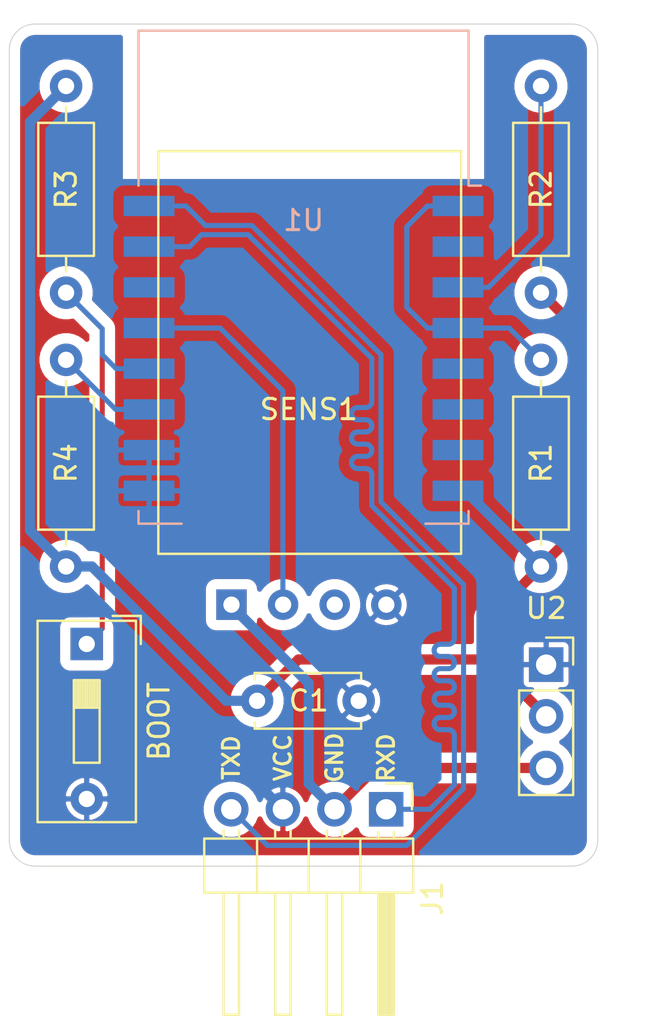
<source format=kicad_pcb>
(kicad_pcb (version 20171130) (host pcbnew "(5.1.7)-1")

  (general
    (thickness 1.6)
    (drawings 12)
    (tracks 275)
    (zones 0)
    (modules 10)
    (nets 17)
  )

  (page A4)
  (layers
    (0 F.Cu signal)
    (31 B.Cu signal)
    (32 B.Adhes user)
    (33 F.Adhes user)
    (34 B.Paste user)
    (35 F.Paste user)
    (36 B.SilkS user)
    (37 F.SilkS user)
    (38 B.Mask user)
    (39 F.Mask user)
    (40 Dwgs.User user)
    (41 Cmts.User user)
    (42 Eco1.User user)
    (43 Eco2.User user)
    (44 Edge.Cuts user)
    (45 Margin user)
    (46 B.CrtYd user)
    (47 F.CrtYd user)
    (48 B.Fab user)
    (49 F.Fab user)
  )

  (setup
    (last_trace_width 0.25)
    (trace_clearance 0.2)
    (zone_clearance 0.508)
    (zone_45_only no)
    (trace_min 0.2)
    (via_size 0.8)
    (via_drill 0.4)
    (via_min_size 0.4)
    (via_min_drill 0.3)
    (uvia_size 0.3)
    (uvia_drill 0.1)
    (uvias_allowed no)
    (uvia_min_size 0.2)
    (uvia_min_drill 0.1)
    (edge_width 0.05)
    (segment_width 0.2)
    (pcb_text_width 0.3)
    (pcb_text_size 1.5 1.5)
    (mod_edge_width 0.12)
    (mod_text_size 1 1)
    (mod_text_width 0.15)
    (pad_size 1.524 1.524)
    (pad_drill 0.762)
    (pad_to_mask_clearance 0)
    (aux_axis_origin 0 0)
    (visible_elements FFFFFF7F)
    (pcbplotparams
      (layerselection 0x010fc_ffffffff)
      (usegerberextensions false)
      (usegerberattributes true)
      (usegerberadvancedattributes true)
      (creategerberjobfile true)
      (excludeedgelayer true)
      (linewidth 0.100000)
      (plotframeref false)
      (viasonmask false)
      (mode 1)
      (useauxorigin false)
      (hpglpennumber 1)
      (hpglpenspeed 20)
      (hpglpendiameter 15.000000)
      (psnegative false)
      (psa4output false)
      (plotreference true)
      (plotvalue true)
      (plotinvisibletext false)
      (padsonsilk false)
      (subtractmaskfromsilk false)
      (outputformat 1)
      (mirror false)
      (drillshape 0)
      (scaleselection 1)
      (outputdirectory "gerbers"))
  )

  (net 0 "")
  (net 1 GND)
  (net 2 "Net-(BOOT1-Pad1)")
  (net 3 +3V3)
  (net 4 RST)
  (net 5 "Net-(R2-Pad1)")
  (net 6 "Net-(R4-Pad2)")
  (net 7 "Net-(SENS1-Pad3)")
  (net 8 "Net-(SENS1-Pad2)")
  (net 9 VCC)
  (net 10 "Net-(U1-Pad20)")
  (net 11 "Net-(U1-Pad7)")
  (net 12 "Net-(U1-Pad6)")
  (net 13 "Net-(U1-Pad5)")
  (net 14 "Net-(U1-Pad2)")
  (net 15 TX)
  (net 16 RX)

  (net_class Default "This is the default net class."
    (clearance 0.2)
    (trace_width 0.25)
    (via_dia 0.8)
    (via_drill 0.4)
    (uvia_dia 0.3)
    (uvia_drill 0.1)
    (add_net "Net-(BOOT1-Pad1)")
    (add_net "Net-(R2-Pad1)")
    (add_net "Net-(R4-Pad2)")
    (add_net "Net-(SENS1-Pad2)")
    (add_net "Net-(SENS1-Pad3)")
    (add_net "Net-(U1-Pad2)")
    (add_net "Net-(U1-Pad20)")
    (add_net "Net-(U1-Pad5)")
    (add_net "Net-(U1-Pad6)")
    (add_net "Net-(U1-Pad7)")
    (add_net RST)
    (add_net RX)
    (add_net TX)
  )

  (net_class Power ""
    (clearance 0.2)
    (trace_width 0.5)
    (via_dia 0.8)
    (via_drill 0.4)
    (uvia_dia 0.3)
    (uvia_drill 0.1)
    (add_net +3V3)
    (add_net GND)
    (add_net VCC)
  )

  (module custom_parts:DHT22 (layer F.Cu) (tedit 5F9AA2C5) (tstamp 5F9B151D)
    (at 150.876 87.122)
    (descr "Temperature and humidity module, http://akizukidenshi.com/download/ds/aosong/DHT11.pdf")
    (tags "Temperature and humidity module")
    (path /5F9C04A4)
    (fp_text reference SENS1 (at 0 -9.5) (layer F.SilkS)
      (effects (font (size 1 1) (thickness 0.15)))
    )
    (fp_text value DHT11 (at 0 -15.9) (layer F.Fab)
      (effects (font (size 1 1) (thickness 0.15)))
    )
    (fp_line (start -7.3 -2.5) (end -7.3 -22.1) (layer F.Fab) (width 0.1))
    (fp_line (start -7.3 -2.5) (end 7.4 -2.5) (layer F.Fab) (width 0.1))
    (fp_line (start -7.4 -2.4) (end 7.5 -2.4) (layer F.SilkS) (width 0.12))
    (fp_line (start -7.5 -2.3) (end -7.5 -22.3) (layer F.CrtYd) (width 0.05))
    (fp_line (start -7.5 -2.3) (end 7.6 -2.3) (layer F.CrtYd) (width 0.05))
    (fp_line (start 7.6 -2.3) (end 7.6 -22.3) (layer F.CrtYd) (width 0.05))
    (fp_line (start -7.5 -22.3) (end 7.6 -22.3) (layer F.CrtYd) (width 0.05))
    (fp_line (start -7.4 -2.4) (end -7.4 -22.2) (layer F.SilkS) (width 0.12))
    (fp_line (start -7.4 -22.2) (end 7.5 -22.2) (layer F.SilkS) (width 0.12))
    (fp_line (start 7.5 -2.4) (end 7.5 -22.2) (layer F.SilkS) (width 0.12))
    (fp_line (start 7.4 -2.5) (end 7.4 -22.1) (layer F.Fab) (width 0.1))
    (fp_line (start -7.3 -22.1) (end 7.4 -22.1) (layer F.Fab) (width 0.1))
    (pad 4 thru_hole circle (at 3.82 0.1 90) (size 1.5 1.5) (drill 0.8) (layers *.Cu *.Mask)
      (net 1 GND))
    (pad 3 thru_hole circle (at 1.28 0.1 90) (size 1.5 1.5) (drill 0.8) (layers *.Cu *.Mask)
      (net 7 "Net-(SENS1-Pad3)"))
    (pad 2 thru_hole circle (at -1.26 0.1 90) (size 1.5 1.5) (drill 0.8) (layers *.Cu *.Mask)
      (net 8 "Net-(SENS1-Pad2)"))
    (pad 1 thru_hole rect (at -3.8 0.1 90) (size 1.5 1.5) (drill 0.8) (layers *.Cu *.Mask)
      (net 9 VCC))
    (model D:/elmo/Desktop/dht22-sensor-arduino-1.snapshot.1/DHT22.stp
      (offset (xyz -7.5 25 0))
      (scale (xyz 1 1 1))
      (rotate (xyz 0 0 0))
    )
  )

  (module Capacitor_THT:C_Disc_D5.0mm_W2.5mm_P5.00mm (layer F.Cu) (tedit 5AE50EF0) (tstamp 5F9B14A9)
    (at 148.336 91.948)
    (descr "C, Disc series, Radial, pin pitch=5.00mm, , diameter*width=5*2.5mm^2, Capacitor, http://cdn-reichelt.de/documents/datenblatt/B300/DS_KERKO_TC.pdf")
    (tags "C Disc series Radial pin pitch 5.00mm  diameter 5mm width 2.5mm Capacitor")
    (path /5F9ABC1F)
    (fp_text reference C1 (at 2.54 0) (layer F.SilkS)
      (effects (font (size 1 1) (thickness 0.15)))
    )
    (fp_text value 100nF (at 2.5 2.5) (layer F.Fab)
      (effects (font (size 1 1) (thickness 0.15)))
    )
    (fp_text user %R (at 2.5 0) (layer F.Fab)
      (effects (font (size 1 1) (thickness 0.15)))
    )
    (fp_line (start 0 -1.25) (end 0 1.25) (layer F.Fab) (width 0.1))
    (fp_line (start 0 1.25) (end 5 1.25) (layer F.Fab) (width 0.1))
    (fp_line (start 5 1.25) (end 5 -1.25) (layer F.Fab) (width 0.1))
    (fp_line (start 5 -1.25) (end 0 -1.25) (layer F.Fab) (width 0.1))
    (fp_line (start -0.12 -1.37) (end 5.12 -1.37) (layer F.SilkS) (width 0.12))
    (fp_line (start -0.12 1.37) (end 5.12 1.37) (layer F.SilkS) (width 0.12))
    (fp_line (start -0.12 -1.37) (end -0.12 -1.055) (layer F.SilkS) (width 0.12))
    (fp_line (start -0.12 1.055) (end -0.12 1.37) (layer F.SilkS) (width 0.12))
    (fp_line (start 5.12 -1.37) (end 5.12 -1.055) (layer F.SilkS) (width 0.12))
    (fp_line (start 5.12 1.055) (end 5.12 1.37) (layer F.SilkS) (width 0.12))
    (fp_line (start -1.05 -1.5) (end -1.05 1.5) (layer F.CrtYd) (width 0.05))
    (fp_line (start -1.05 1.5) (end 6.05 1.5) (layer F.CrtYd) (width 0.05))
    (fp_line (start 6.05 1.5) (end 6.05 -1.5) (layer F.CrtYd) (width 0.05))
    (fp_line (start 6.05 -1.5) (end -1.05 -1.5) (layer F.CrtYd) (width 0.05))
    (pad 2 thru_hole circle (at 5 0) (size 1.6 1.6) (drill 0.8) (layers *.Cu *.Mask)
      (net 1 GND))
    (pad 1 thru_hole circle (at 0 0) (size 1.6 1.6) (drill 0.8) (layers *.Cu *.Mask)
      (net 3 +3V3))
    (model ${KISYS3DMOD}/Capacitor_THT.3dshapes/C_Disc_D5.0mm_W2.5mm_P5.00mm.wrl
      (at (xyz 0 0 0))
      (scale (xyz 1 1 1))
      (rotate (xyz 0 0 0))
    )
  )

  (module Connector_PinHeader_2.54mm:PinHeader_1x04_P2.54mm_Horizontal (layer F.Cu) (tedit 59FED5CB) (tstamp 5F9B5660)
    (at 154.686 97.282 270)
    (descr "Through hole angled pin header, 1x04, 2.54mm pitch, 6mm pin length, single row")
    (tags "Through hole angled pin header THT 1x04 2.54mm single row")
    (path /5FA0F5A8)
    (fp_text reference J1 (at 4.385 -2.27 90) (layer F.SilkS)
      (effects (font (size 1 1) (thickness 0.15)))
    )
    (fp_text value Conn_01x04 (at 4.385 9.89 90) (layer F.Fab)
      (effects (font (size 1 1) (thickness 0.15)))
    )
    (fp_text user %R (at 2.77 3.81) (layer F.Fab)
      (effects (font (size 1 1) (thickness 0.15)))
    )
    (fp_line (start 2.135 -1.27) (end 4.04 -1.27) (layer F.Fab) (width 0.1))
    (fp_line (start 4.04 -1.27) (end 4.04 8.89) (layer F.Fab) (width 0.1))
    (fp_line (start 4.04 8.89) (end 1.5 8.89) (layer F.Fab) (width 0.1))
    (fp_line (start 1.5 8.89) (end 1.5 -0.635) (layer F.Fab) (width 0.1))
    (fp_line (start 1.5 -0.635) (end 2.135 -1.27) (layer F.Fab) (width 0.1))
    (fp_line (start -0.32 -0.32) (end 1.5 -0.32) (layer F.Fab) (width 0.1))
    (fp_line (start -0.32 -0.32) (end -0.32 0.32) (layer F.Fab) (width 0.1))
    (fp_line (start -0.32 0.32) (end 1.5 0.32) (layer F.Fab) (width 0.1))
    (fp_line (start 4.04 -0.32) (end 10.04 -0.32) (layer F.Fab) (width 0.1))
    (fp_line (start 10.04 -0.32) (end 10.04 0.32) (layer F.Fab) (width 0.1))
    (fp_line (start 4.04 0.32) (end 10.04 0.32) (layer F.Fab) (width 0.1))
    (fp_line (start -0.32 2.22) (end 1.5 2.22) (layer F.Fab) (width 0.1))
    (fp_line (start -0.32 2.22) (end -0.32 2.86) (layer F.Fab) (width 0.1))
    (fp_line (start -0.32 2.86) (end 1.5 2.86) (layer F.Fab) (width 0.1))
    (fp_line (start 4.04 2.22) (end 10.04 2.22) (layer F.Fab) (width 0.1))
    (fp_line (start 10.04 2.22) (end 10.04 2.86) (layer F.Fab) (width 0.1))
    (fp_line (start 4.04 2.86) (end 10.04 2.86) (layer F.Fab) (width 0.1))
    (fp_line (start -0.32 4.76) (end 1.5 4.76) (layer F.Fab) (width 0.1))
    (fp_line (start -0.32 4.76) (end -0.32 5.4) (layer F.Fab) (width 0.1))
    (fp_line (start -0.32 5.4) (end 1.5 5.4) (layer F.Fab) (width 0.1))
    (fp_line (start 4.04 4.76) (end 10.04 4.76) (layer F.Fab) (width 0.1))
    (fp_line (start 10.04 4.76) (end 10.04 5.4) (layer F.Fab) (width 0.1))
    (fp_line (start 4.04 5.4) (end 10.04 5.4) (layer F.Fab) (width 0.1))
    (fp_line (start -0.32 7.3) (end 1.5 7.3) (layer F.Fab) (width 0.1))
    (fp_line (start -0.32 7.3) (end -0.32 7.94) (layer F.Fab) (width 0.1))
    (fp_line (start -0.32 7.94) (end 1.5 7.94) (layer F.Fab) (width 0.1))
    (fp_line (start 4.04 7.3) (end 10.04 7.3) (layer F.Fab) (width 0.1))
    (fp_line (start 10.04 7.3) (end 10.04 7.94) (layer F.Fab) (width 0.1))
    (fp_line (start 4.04 7.94) (end 10.04 7.94) (layer F.Fab) (width 0.1))
    (fp_line (start 1.44 -1.33) (end 1.44 8.95) (layer F.SilkS) (width 0.12))
    (fp_line (start 1.44 8.95) (end 4.1 8.95) (layer F.SilkS) (width 0.12))
    (fp_line (start 4.1 8.95) (end 4.1 -1.33) (layer F.SilkS) (width 0.12))
    (fp_line (start 4.1 -1.33) (end 1.44 -1.33) (layer F.SilkS) (width 0.12))
    (fp_line (start 4.1 -0.38) (end 10.1 -0.38) (layer F.SilkS) (width 0.12))
    (fp_line (start 10.1 -0.38) (end 10.1 0.38) (layer F.SilkS) (width 0.12))
    (fp_line (start 10.1 0.38) (end 4.1 0.38) (layer F.SilkS) (width 0.12))
    (fp_line (start 4.1 -0.32) (end 10.1 -0.32) (layer F.SilkS) (width 0.12))
    (fp_line (start 4.1 -0.2) (end 10.1 -0.2) (layer F.SilkS) (width 0.12))
    (fp_line (start 4.1 -0.08) (end 10.1 -0.08) (layer F.SilkS) (width 0.12))
    (fp_line (start 4.1 0.04) (end 10.1 0.04) (layer F.SilkS) (width 0.12))
    (fp_line (start 4.1 0.16) (end 10.1 0.16) (layer F.SilkS) (width 0.12))
    (fp_line (start 4.1 0.28) (end 10.1 0.28) (layer F.SilkS) (width 0.12))
    (fp_line (start 1.11 -0.38) (end 1.44 -0.38) (layer F.SilkS) (width 0.12))
    (fp_line (start 1.11 0.38) (end 1.44 0.38) (layer F.SilkS) (width 0.12))
    (fp_line (start 1.44 1.27) (end 4.1 1.27) (layer F.SilkS) (width 0.12))
    (fp_line (start 4.1 2.16) (end 10.1 2.16) (layer F.SilkS) (width 0.12))
    (fp_line (start 10.1 2.16) (end 10.1 2.92) (layer F.SilkS) (width 0.12))
    (fp_line (start 10.1 2.92) (end 4.1 2.92) (layer F.SilkS) (width 0.12))
    (fp_line (start 1.042929 2.16) (end 1.44 2.16) (layer F.SilkS) (width 0.12))
    (fp_line (start 1.042929 2.92) (end 1.44 2.92) (layer F.SilkS) (width 0.12))
    (fp_line (start 1.44 3.81) (end 4.1 3.81) (layer F.SilkS) (width 0.12))
    (fp_line (start 4.1 4.7) (end 10.1 4.7) (layer F.SilkS) (width 0.12))
    (fp_line (start 10.1 4.7) (end 10.1 5.46) (layer F.SilkS) (width 0.12))
    (fp_line (start 10.1 5.46) (end 4.1 5.46) (layer F.SilkS) (width 0.12))
    (fp_line (start 1.042929 4.7) (end 1.44 4.7) (layer F.SilkS) (width 0.12))
    (fp_line (start 1.042929 5.46) (end 1.44 5.46) (layer F.SilkS) (width 0.12))
    (fp_line (start 1.44 6.35) (end 4.1 6.35) (layer F.SilkS) (width 0.12))
    (fp_line (start 4.1 7.24) (end 10.1 7.24) (layer F.SilkS) (width 0.12))
    (fp_line (start 10.1 7.24) (end 10.1 8) (layer F.SilkS) (width 0.12))
    (fp_line (start 10.1 8) (end 4.1 8) (layer F.SilkS) (width 0.12))
    (fp_line (start 1.042929 7.24) (end 1.44 7.24) (layer F.SilkS) (width 0.12))
    (fp_line (start 1.042929 8) (end 1.44 8) (layer F.SilkS) (width 0.12))
    (fp_line (start -1.27 0) (end -1.27 -1.27) (layer F.SilkS) (width 0.12))
    (fp_line (start -1.27 -1.27) (end 0 -1.27) (layer F.SilkS) (width 0.12))
    (fp_line (start -1.8 -1.8) (end -1.8 9.4) (layer F.CrtYd) (width 0.05))
    (fp_line (start -1.8 9.4) (end 10.55 9.4) (layer F.CrtYd) (width 0.05))
    (fp_line (start 10.55 9.4) (end 10.55 -1.8) (layer F.CrtYd) (width 0.05))
    (fp_line (start 10.55 -1.8) (end -1.8 -1.8) (layer F.CrtYd) (width 0.05))
    (pad 4 thru_hole oval (at 0 7.62 270) (size 1.7 1.7) (drill 1) (layers *.Cu *.Mask)
      (net 15 TX))
    (pad 3 thru_hole oval (at 0 5.08 270) (size 1.7 1.7) (drill 1) (layers *.Cu *.Mask)
      (net 1 GND))
    (pad 2 thru_hole oval (at 0 2.54 270) (size 1.7 1.7) (drill 1) (layers *.Cu *.Mask)
      (net 9 VCC))
    (pad 1 thru_hole rect (at 0 0 270) (size 1.7 1.7) (drill 1) (layers *.Cu *.Mask)
      (net 16 RX))
    (model ${KISYS3DMOD}/Connector_PinHeader_2.54mm.3dshapes/PinHeader_1x04_P2.54mm_Horizontal.wrl
      (at (xyz 0 0 0))
      (scale (xyz 1 1 1))
      (rotate (xyz 0 0 0))
    )
  )

  (module custom_parts:ESP-12F (layer B.Cu) (tedit 5F9A991B) (tstamp 5F9B1558)
    (at 150.622 71.12 180)
    (descr "Wi-Fi Module, http://wiki.ai-thinker.com/_media/esp8266/docs/aithinker_esp_12f_datasheet_en.pdf")
    (tags "Wi-Fi Module")
    (path /5F9A8847)
    (attr smd)
    (fp_text reference U1 (at 0 2.794) (layer B.SilkS)
      (effects (font (size 1 1) (thickness 0.15)) (justify mirror))
    )
    (fp_text value ESP-12E (at -0.06 12.78) (layer B.Fab)
      (effects (font (size 1 1) (thickness 0.15)) (justify mirror))
    )
    (fp_text user %R (at 0.49 0.8) (layer B.Fab)
      (effects (font (size 1 1) (thickness 0.15)) (justify mirror))
    )
    (fp_text user "KEEP-OUT ZONE" (at 0.03 9.55 180) (layer Cmts.User)
      (effects (font (size 1 1) (thickness 0.15)))
    )
    (fp_text user Antenna (at -0.06 7 180) (layer Cmts.User)
      (effects (font (size 1 1) (thickness 0.15)))
    )
    (fp_line (start -8 12) (end 8 12) (layer B.Fab) (width 0.12))
    (fp_line (start 8 12) (end 8 -12) (layer B.Fab) (width 0.12))
    (fp_line (start 8 -12) (end -8 -12) (layer B.Fab) (width 0.12))
    (fp_line (start -8 -12) (end -8 3) (layer B.Fab) (width 0.12))
    (fp_line (start -8 3) (end -7.5 3.5) (layer B.Fab) (width 0.12))
    (fp_line (start -7.5 3.5) (end -8 4) (layer B.Fab) (width 0.12))
    (fp_line (start -8 4) (end -8 12) (layer B.Fab) (width 0.12))
    (fp_line (start -9.05 12.2) (end 9.05 12.2) (layer B.CrtYd) (width 0.05))
    (fp_line (start 9.05 12.2) (end 9.05 -13.1) (layer B.CrtYd) (width 0.05))
    (fp_line (start 9.05 -13.1) (end -9.05 -13.1) (layer B.CrtYd) (width 0.05))
    (fp_line (start -9.05 -13.1) (end -9.05 12.2) (layer B.CrtYd) (width 0.05))
    (fp_line (start -8.12 12.12) (end 8.12 12.12) (layer B.SilkS) (width 0.12))
    (fp_line (start 8.12 12.12) (end 8.12 4.5) (layer B.SilkS) (width 0.12))
    (fp_line (start 8.12 -11.5) (end 8.12 -12.12) (layer B.SilkS) (width 0.12))
    (fp_line (start 8.12 -12.12) (end 6 -12.12) (layer B.SilkS) (width 0.12))
    (fp_line (start -6 -12.12) (end -8.12 -12.12) (layer B.SilkS) (width 0.12))
    (fp_line (start -8.12 -12.12) (end -8.12 -11.5) (layer B.SilkS) (width 0.12))
    (fp_line (start -8.12 4.5) (end -8.12 12.12) (layer B.SilkS) (width 0.12))
    (fp_line (start -8.12 4.5) (end -8.73 4.5) (layer B.SilkS) (width 0.12))
    (fp_line (start -8.12 12.12) (end 8.12 12.12) (layer Dwgs.User) (width 0.12))
    (fp_line (start 8.12 12.12) (end 8.12 4.8) (layer Dwgs.User) (width 0.12))
    (fp_line (start 8.12 4.8) (end -8.12 4.8) (layer Dwgs.User) (width 0.12))
    (fp_line (start -8.12 4.8) (end -8.12 12.12) (layer Dwgs.User) (width 0.12))
    (fp_line (start -8.12 9.12) (end -5.12 12.12) (layer Dwgs.User) (width 0.12))
    (fp_line (start -8.12 6.12) (end -2.12 12.12) (layer Dwgs.User) (width 0.12))
    (fp_line (start -6.44 4.8) (end 0.88 12.12) (layer Dwgs.User) (width 0.12))
    (fp_line (start -3.44 4.8) (end 3.88 12.12) (layer Dwgs.User) (width 0.12))
    (fp_line (start -0.44 4.8) (end 6.88 12.12) (layer Dwgs.User) (width 0.12))
    (fp_line (start 2.56 4.8) (end 8.12 10.36) (layer Dwgs.User) (width 0.12))
    (fp_line (start 5.56 4.8) (end 8.12 7.36) (layer Dwgs.User) (width 0.12))
    (pad 22 smd rect (at 7.6 3.5 180) (size 2.5 1) (layers B.Cu B.Paste B.Mask)
      (net 15 TX))
    (pad 21 smd rect (at 7.6 1.5 180) (size 2.5 1) (layers B.Cu B.Paste B.Mask)
      (net 16 RX))
    (pad 20 smd rect (at 7.6 -0.5 180) (size 2.5 1) (layers B.Cu B.Paste B.Mask)
      (net 10 "Net-(U1-Pad20)"))
    (pad 19 smd rect (at 7.6 -2.5 180) (size 2.5 1) (layers B.Cu B.Paste B.Mask)
      (net 8 "Net-(SENS1-Pad2)"))
    (pad 18 smd rect (at 7.6 -4.5 180) (size 2.5 1) (layers B.Cu B.Paste B.Mask)
      (net 2 "Net-(BOOT1-Pad1)"))
    (pad 17 smd rect (at 7.6 -6.5 180) (size 2.5 1) (layers B.Cu B.Paste B.Mask)
      (net 6 "Net-(R4-Pad2)"))
    (pad 16 smd rect (at 7.6 -8.5 180) (size 2.5 1) (layers B.Cu B.Paste B.Mask)
      (net 1 GND))
    (pad 15 smd rect (at 7.6 -10.5 180) (size 2.5 1) (layers B.Cu B.Paste B.Mask)
      (net 1 GND))
    (pad 8 smd rect (at -7.6 -10.5 180) (size 2.5 1) (layers B.Cu B.Paste B.Mask)
      (net 3 +3V3))
    (pad 7 smd rect (at -7.6 -8.5 180) (size 2.5 1) (layers B.Cu B.Paste B.Mask)
      (net 11 "Net-(U1-Pad7)"))
    (pad 6 smd rect (at -7.6 -6.5 180) (size 2.5 1) (layers B.Cu B.Paste B.Mask)
      (net 12 "Net-(U1-Pad6)"))
    (pad 5 smd rect (at -7.6 -4.5 180) (size 2.5 1) (layers B.Cu B.Paste B.Mask)
      (net 13 "Net-(U1-Pad5)"))
    (pad 4 smd rect (at -7.6 -2.5 180) (size 2.5 1) (layers B.Cu B.Paste B.Mask)
      (net 4 RST))
    (pad 3 smd rect (at -7.6 -0.5 180) (size 2.5 1) (layers B.Cu B.Paste B.Mask)
      (net 5 "Net-(R2-Pad1)"))
    (pad 2 smd rect (at -7.6 1.5 180) (size 2.5 1) (layers B.Cu B.Paste B.Mask)
      (net 14 "Net-(U1-Pad2)"))
    (pad 1 smd rect (at -7.6 3.5 180) (size 2.5 1) (layers B.Cu B.Paste B.Mask)
      (net 4 RST))
    (model ${KISYS3DMOD}/RF_Module.3dshapes/ESP-12E.wrl
      (at (xyz 0 0 0))
      (scale (xyz 1 1 1))
      (rotate (xyz 0 0 0))
    )
  )

  (module Connector_PinSocket_2.54mm:PinSocket_1x03_P2.54mm_Vertical (layer F.Cu) (tedit 5A19A429) (tstamp 5F9B156F)
    (at 162.56 90.17)
    (descr "Through hole straight socket strip, 1x03, 2.54mm pitch, single row (from Kicad 4.0.7), script generated")
    (tags "Through hole socket strip THT 1x03 2.54mm single row")
    (path /5F9D55EB)
    (fp_text reference U2 (at 0 -2.77) (layer F.SilkS)
      (effects (font (size 1 1) (thickness 0.15)))
    )
    (fp_text value AMS1117-3.3 (at 0 7.85) (layer F.Fab)
      (effects (font (size 1 1) (thickness 0.15)))
    )
    (fp_text user %R (at 0 2.54 90) (layer F.Fab)
      (effects (font (size 1 1) (thickness 0.15)))
    )
    (fp_line (start -1.27 -1.27) (end 0.635 -1.27) (layer F.Fab) (width 0.1))
    (fp_line (start 0.635 -1.27) (end 1.27 -0.635) (layer F.Fab) (width 0.1))
    (fp_line (start 1.27 -0.635) (end 1.27 6.35) (layer F.Fab) (width 0.1))
    (fp_line (start 1.27 6.35) (end -1.27 6.35) (layer F.Fab) (width 0.1))
    (fp_line (start -1.27 6.35) (end -1.27 -1.27) (layer F.Fab) (width 0.1))
    (fp_line (start -1.33 1.27) (end 1.33 1.27) (layer F.SilkS) (width 0.12))
    (fp_line (start -1.33 1.27) (end -1.33 6.41) (layer F.SilkS) (width 0.12))
    (fp_line (start -1.33 6.41) (end 1.33 6.41) (layer F.SilkS) (width 0.12))
    (fp_line (start 1.33 1.27) (end 1.33 6.41) (layer F.SilkS) (width 0.12))
    (fp_line (start 1.33 -1.33) (end 1.33 0) (layer F.SilkS) (width 0.12))
    (fp_line (start 0 -1.33) (end 1.33 -1.33) (layer F.SilkS) (width 0.12))
    (fp_line (start -1.8 -1.8) (end 1.75 -1.8) (layer F.CrtYd) (width 0.05))
    (fp_line (start 1.75 -1.8) (end 1.75 6.85) (layer F.CrtYd) (width 0.05))
    (fp_line (start 1.75 6.85) (end -1.8 6.85) (layer F.CrtYd) (width 0.05))
    (fp_line (start -1.8 6.85) (end -1.8 -1.8) (layer F.CrtYd) (width 0.05))
    (pad 3 thru_hole oval (at 0 5.08) (size 1.7 1.7) (drill 1) (layers *.Cu *.Mask)
      (net 9 VCC))
    (pad 2 thru_hole oval (at 0 2.54) (size 1.7 1.7) (drill 1) (layers *.Cu *.Mask)
      (net 3 +3V3))
    (pad 1 thru_hole rect (at 0 0) (size 1.7 1.7) (drill 1) (layers *.Cu *.Mask)
      (net 1 GND))
    (model ${KISYS3DMOD}/Connector_PinSocket_2.54mm.3dshapes/PinSocket_1x03_P2.54mm_Vertical.wrl
      (at (xyz 0 0 0))
      (scale (xyz 1 1 1))
      (rotate (xyz 0 0 0))
    )
  )

  (module Resistor_THT:R_Axial_DIN0207_L6.3mm_D2.5mm_P10.16mm_Horizontal (layer F.Cu) (tedit 5AE5139B) (tstamp 5F9B1505)
    (at 138.938 85.344 90)
    (descr "Resistor, Axial_DIN0207 series, Axial, Horizontal, pin pitch=10.16mm, 0.25W = 1/4W, length*diameter=6.3*2.5mm^2, http://cdn-reichelt.de/documents/datenblatt/B400/1_4W%23YAG.pdf")
    (tags "Resistor Axial_DIN0207 series Axial Horizontal pin pitch 10.16mm 0.25W = 1/4W length 6.3mm diameter 2.5mm")
    (path /5F9BB07A)
    (fp_text reference R4 (at 5.08 0 90) (layer F.SilkS)
      (effects (font (size 1 1) (thickness 0.15)))
    )
    (fp_text value 10K (at 5.08 2.37 90) (layer F.Fab)
      (effects (font (size 1 1) (thickness 0.15)))
    )
    (fp_text user %R (at 5.08 0 90) (layer F.Fab)
      (effects (font (size 1 1) (thickness 0.15)))
    )
    (fp_line (start 1.93 -1.25) (end 1.93 1.25) (layer F.Fab) (width 0.1))
    (fp_line (start 1.93 1.25) (end 8.23 1.25) (layer F.Fab) (width 0.1))
    (fp_line (start 8.23 1.25) (end 8.23 -1.25) (layer F.Fab) (width 0.1))
    (fp_line (start 8.23 -1.25) (end 1.93 -1.25) (layer F.Fab) (width 0.1))
    (fp_line (start 0 0) (end 1.93 0) (layer F.Fab) (width 0.1))
    (fp_line (start 10.16 0) (end 8.23 0) (layer F.Fab) (width 0.1))
    (fp_line (start 1.81 -1.37) (end 1.81 1.37) (layer F.SilkS) (width 0.12))
    (fp_line (start 1.81 1.37) (end 8.35 1.37) (layer F.SilkS) (width 0.12))
    (fp_line (start 8.35 1.37) (end 8.35 -1.37) (layer F.SilkS) (width 0.12))
    (fp_line (start 8.35 -1.37) (end 1.81 -1.37) (layer F.SilkS) (width 0.12))
    (fp_line (start 1.04 0) (end 1.81 0) (layer F.SilkS) (width 0.12))
    (fp_line (start 9.12 0) (end 8.35 0) (layer F.SilkS) (width 0.12))
    (fp_line (start -1.05 -1.5) (end -1.05 1.5) (layer F.CrtYd) (width 0.05))
    (fp_line (start -1.05 1.5) (end 11.21 1.5) (layer F.CrtYd) (width 0.05))
    (fp_line (start 11.21 1.5) (end 11.21 -1.5) (layer F.CrtYd) (width 0.05))
    (fp_line (start 11.21 -1.5) (end -1.05 -1.5) (layer F.CrtYd) (width 0.05))
    (pad 2 thru_hole oval (at 10.16 0 90) (size 1.6 1.6) (drill 0.8) (layers *.Cu *.Mask)
      (net 6 "Net-(R4-Pad2)"))
    (pad 1 thru_hole circle (at 0 0 90) (size 1.6 1.6) (drill 0.8) (layers *.Cu *.Mask)
      (net 3 +3V3))
    (model ${KISYS3DMOD}/Resistor_THT.3dshapes/R_Axial_DIN0207_L6.3mm_D2.5mm_P10.16mm_Horizontal.wrl
      (at (xyz 0 0 0))
      (scale (xyz 1 1 1))
      (rotate (xyz 0 0 0))
    )
  )

  (module Resistor_THT:R_Axial_DIN0207_L6.3mm_D2.5mm_P10.16mm_Horizontal (layer F.Cu) (tedit 5AE5139B) (tstamp 5F9B14EE)
    (at 138.938 61.722 270)
    (descr "Resistor, Axial_DIN0207 series, Axial, Horizontal, pin pitch=10.16mm, 0.25W = 1/4W, length*diameter=6.3*2.5mm^2, http://cdn-reichelt.de/documents/datenblatt/B400/1_4W%23YAG.pdf")
    (tags "Resistor Axial_DIN0207 series Axial Horizontal pin pitch 10.16mm 0.25W = 1/4W length 6.3mm diameter 2.5mm")
    (path /5F9BA48D)
    (fp_text reference R3 (at 5.08 0 90) (layer F.SilkS)
      (effects (font (size 1 1) (thickness 0.15)))
    )
    (fp_text value 10K (at 5.08 2.37 90) (layer F.Fab)
      (effects (font (size 1 1) (thickness 0.15)))
    )
    (fp_text user %R (at 5.08 0 90) (layer F.Fab)
      (effects (font (size 1 1) (thickness 0.15)))
    )
    (fp_line (start 1.93 -1.25) (end 1.93 1.25) (layer F.Fab) (width 0.1))
    (fp_line (start 1.93 1.25) (end 8.23 1.25) (layer F.Fab) (width 0.1))
    (fp_line (start 8.23 1.25) (end 8.23 -1.25) (layer F.Fab) (width 0.1))
    (fp_line (start 8.23 -1.25) (end 1.93 -1.25) (layer F.Fab) (width 0.1))
    (fp_line (start 0 0) (end 1.93 0) (layer F.Fab) (width 0.1))
    (fp_line (start 10.16 0) (end 8.23 0) (layer F.Fab) (width 0.1))
    (fp_line (start 1.81 -1.37) (end 1.81 1.37) (layer F.SilkS) (width 0.12))
    (fp_line (start 1.81 1.37) (end 8.35 1.37) (layer F.SilkS) (width 0.12))
    (fp_line (start 8.35 1.37) (end 8.35 -1.37) (layer F.SilkS) (width 0.12))
    (fp_line (start 8.35 -1.37) (end 1.81 -1.37) (layer F.SilkS) (width 0.12))
    (fp_line (start 1.04 0) (end 1.81 0) (layer F.SilkS) (width 0.12))
    (fp_line (start 9.12 0) (end 8.35 0) (layer F.SilkS) (width 0.12))
    (fp_line (start -1.05 -1.5) (end -1.05 1.5) (layer F.CrtYd) (width 0.05))
    (fp_line (start -1.05 1.5) (end 11.21 1.5) (layer F.CrtYd) (width 0.05))
    (fp_line (start 11.21 1.5) (end 11.21 -1.5) (layer F.CrtYd) (width 0.05))
    (fp_line (start 11.21 -1.5) (end -1.05 -1.5) (layer F.CrtYd) (width 0.05))
    (pad 2 thru_hole oval (at 10.16 0 270) (size 1.6 1.6) (drill 0.8) (layers *.Cu *.Mask)
      (net 2 "Net-(BOOT1-Pad1)"))
    (pad 1 thru_hole circle (at 0 0 270) (size 1.6 1.6) (drill 0.8) (layers *.Cu *.Mask)
      (net 3 +3V3))
    (model ${KISYS3DMOD}/Resistor_THT.3dshapes/R_Axial_DIN0207_L6.3mm_D2.5mm_P10.16mm_Horizontal.wrl
      (at (xyz 0 0 0))
      (scale (xyz 1 1 1))
      (rotate (xyz 0 0 0))
    )
  )

  (module Resistor_THT:R_Axial_DIN0207_L6.3mm_D2.5mm_P10.16mm_Horizontal (layer F.Cu) (tedit 5AE5139B) (tstamp 5F9B14D7)
    (at 162.306 61.722 270)
    (descr "Resistor, Axial_DIN0207 series, Axial, Horizontal, pin pitch=10.16mm, 0.25W = 1/4W, length*diameter=6.3*2.5mm^2, http://cdn-reichelt.de/documents/datenblatt/B400/1_4W%23YAG.pdf")
    (tags "Resistor Axial_DIN0207 series Axial Horizontal pin pitch 10.16mm 0.25W = 1/4W length 6.3mm diameter 2.5mm")
    (path /5F9B873A)
    (fp_text reference R2 (at 5.08 0 90) (layer F.SilkS)
      (effects (font (size 1 1) (thickness 0.15)))
    )
    (fp_text value 10K (at 5.08 2.37 90) (layer F.Fab)
      (effects (font (size 1 1) (thickness 0.15)))
    )
    (fp_text user %R (at 5.08 0 90) (layer F.Fab)
      (effects (font (size 1 1) (thickness 0.15)))
    )
    (fp_line (start 1.93 -1.25) (end 1.93 1.25) (layer F.Fab) (width 0.1))
    (fp_line (start 1.93 1.25) (end 8.23 1.25) (layer F.Fab) (width 0.1))
    (fp_line (start 8.23 1.25) (end 8.23 -1.25) (layer F.Fab) (width 0.1))
    (fp_line (start 8.23 -1.25) (end 1.93 -1.25) (layer F.Fab) (width 0.1))
    (fp_line (start 0 0) (end 1.93 0) (layer F.Fab) (width 0.1))
    (fp_line (start 10.16 0) (end 8.23 0) (layer F.Fab) (width 0.1))
    (fp_line (start 1.81 -1.37) (end 1.81 1.37) (layer F.SilkS) (width 0.12))
    (fp_line (start 1.81 1.37) (end 8.35 1.37) (layer F.SilkS) (width 0.12))
    (fp_line (start 8.35 1.37) (end 8.35 -1.37) (layer F.SilkS) (width 0.12))
    (fp_line (start 8.35 -1.37) (end 1.81 -1.37) (layer F.SilkS) (width 0.12))
    (fp_line (start 1.04 0) (end 1.81 0) (layer F.SilkS) (width 0.12))
    (fp_line (start 9.12 0) (end 8.35 0) (layer F.SilkS) (width 0.12))
    (fp_line (start -1.05 -1.5) (end -1.05 1.5) (layer F.CrtYd) (width 0.05))
    (fp_line (start -1.05 1.5) (end 11.21 1.5) (layer F.CrtYd) (width 0.05))
    (fp_line (start 11.21 1.5) (end 11.21 -1.5) (layer F.CrtYd) (width 0.05))
    (fp_line (start 11.21 -1.5) (end -1.05 -1.5) (layer F.CrtYd) (width 0.05))
    (pad 2 thru_hole oval (at 10.16 0 270) (size 1.6 1.6) (drill 0.8) (layers *.Cu *.Mask)
      (net 3 +3V3))
    (pad 1 thru_hole circle (at 0 0 270) (size 1.6 1.6) (drill 0.8) (layers *.Cu *.Mask)
      (net 5 "Net-(R2-Pad1)"))
    (model ${KISYS3DMOD}/Resistor_THT.3dshapes/R_Axial_DIN0207_L6.3mm_D2.5mm_P10.16mm_Horizontal.wrl
      (at (xyz 0 0 0))
      (scale (xyz 1 1 1))
      (rotate (xyz 0 0 0))
    )
  )

  (module Resistor_THT:R_Axial_DIN0207_L6.3mm_D2.5mm_P10.16mm_Horizontal (layer F.Cu) (tedit 5AE5139B) (tstamp 5F9B14C0)
    (at 162.306 75.184 270)
    (descr "Resistor, Axial_DIN0207 series, Axial, Horizontal, pin pitch=10.16mm, 0.25W = 1/4W, length*diameter=6.3*2.5mm^2, http://cdn-reichelt.de/documents/datenblatt/B400/1_4W%23YAG.pdf")
    (tags "Resistor Axial_DIN0207 series Axial Horizontal pin pitch 10.16mm 0.25W = 1/4W length 6.3mm diameter 2.5mm")
    (path /5F9AB4F6)
    (fp_text reference R1 (at 5.08 0 90) (layer F.SilkS)
      (effects (font (size 1 1) (thickness 0.15)))
    )
    (fp_text value 10K (at 5.08 2.37 90) (layer F.Fab)
      (effects (font (size 1 1) (thickness 0.15)))
    )
    (fp_text user %R (at 5.08 0 90) (layer F.Fab)
      (effects (font (size 1 1) (thickness 0.15)))
    )
    (fp_line (start 1.93 -1.25) (end 1.93 1.25) (layer F.Fab) (width 0.1))
    (fp_line (start 1.93 1.25) (end 8.23 1.25) (layer F.Fab) (width 0.1))
    (fp_line (start 8.23 1.25) (end 8.23 -1.25) (layer F.Fab) (width 0.1))
    (fp_line (start 8.23 -1.25) (end 1.93 -1.25) (layer F.Fab) (width 0.1))
    (fp_line (start 0 0) (end 1.93 0) (layer F.Fab) (width 0.1))
    (fp_line (start 10.16 0) (end 8.23 0) (layer F.Fab) (width 0.1))
    (fp_line (start 1.81 -1.37) (end 1.81 1.37) (layer F.SilkS) (width 0.12))
    (fp_line (start 1.81 1.37) (end 8.35 1.37) (layer F.SilkS) (width 0.12))
    (fp_line (start 8.35 1.37) (end 8.35 -1.37) (layer F.SilkS) (width 0.12))
    (fp_line (start 8.35 -1.37) (end 1.81 -1.37) (layer F.SilkS) (width 0.12))
    (fp_line (start 1.04 0) (end 1.81 0) (layer F.SilkS) (width 0.12))
    (fp_line (start 9.12 0) (end 8.35 0) (layer F.SilkS) (width 0.12))
    (fp_line (start -1.05 -1.5) (end -1.05 1.5) (layer F.CrtYd) (width 0.05))
    (fp_line (start -1.05 1.5) (end 11.21 1.5) (layer F.CrtYd) (width 0.05))
    (fp_line (start 11.21 1.5) (end 11.21 -1.5) (layer F.CrtYd) (width 0.05))
    (fp_line (start 11.21 -1.5) (end -1.05 -1.5) (layer F.CrtYd) (width 0.05))
    (pad 2 thru_hole oval (at 10.16 0 270) (size 1.6 1.6) (drill 0.8) (layers *.Cu *.Mask)
      (net 3 +3V3))
    (pad 1 thru_hole circle (at 0 0 270) (size 1.6 1.6) (drill 0.8) (layers *.Cu *.Mask)
      (net 4 RST))
    (model ${KISYS3DMOD}/Resistor_THT.3dshapes/R_Axial_DIN0207_L6.3mm_D2.5mm_P10.16mm_Horizontal.wrl
      (at (xyz 0 0 0))
      (scale (xyz 1 1 1))
      (rotate (xyz 0 0 0))
    )
  )

  (module Button_Switch_THT:SW_DIP_SPSTx01_Slide_9.78x4.72mm_W7.62mm_P2.54mm (layer F.Cu) (tedit 5A4E1404) (tstamp 5F9B1494)
    (at 139.954 89.154 270)
    (descr "1x-dip-switch SPST , Slide, row spacing 7.62 mm (300 mils), body size 9.78x4.72mm (see e.g. https://www.ctscorp.com/wp-content/uploads/206-208.pdf)")
    (tags "DIP Switch SPST Slide 7.62mm 300mil")
    (path /5F9B3C78)
    (fp_text reference BOOT (at 3.81 -3.556 90) (layer F.SilkS)
      (effects (font (size 1 1) (thickness 0.15)))
    )
    (fp_text value SW_DIP_x01 (at 3.81 3.42 90) (layer F.Fab)
      (effects (font (size 1 1) (thickness 0.15)))
    )
    (fp_text user on (at 5.365 -1.4975 90) (layer F.Fab)
      (effects (font (size 0.6 0.6) (thickness 0.09)))
    )
    (fp_text user %R (at 7.27 0) (layer F.Fab)
      (effects (font (size 0.6 0.6) (thickness 0.09)))
    )
    (fp_line (start -0.08 -2.36) (end 8.7 -2.36) (layer F.Fab) (width 0.1))
    (fp_line (start 8.7 -2.36) (end 8.7 2.36) (layer F.Fab) (width 0.1))
    (fp_line (start 8.7 2.36) (end -1.08 2.36) (layer F.Fab) (width 0.1))
    (fp_line (start -1.08 2.36) (end -1.08 -1.36) (layer F.Fab) (width 0.1))
    (fp_line (start -1.08 -1.36) (end -0.08 -2.36) (layer F.Fab) (width 0.1))
    (fp_line (start 1.78 -0.635) (end 1.78 0.635) (layer F.Fab) (width 0.1))
    (fp_line (start 1.78 0.635) (end 5.84 0.635) (layer F.Fab) (width 0.1))
    (fp_line (start 5.84 0.635) (end 5.84 -0.635) (layer F.Fab) (width 0.1))
    (fp_line (start 5.84 -0.635) (end 1.78 -0.635) (layer F.Fab) (width 0.1))
    (fp_line (start 1.78 -0.535) (end 3.133333 -0.535) (layer F.Fab) (width 0.1))
    (fp_line (start 1.78 -0.435) (end 3.133333 -0.435) (layer F.Fab) (width 0.1))
    (fp_line (start 1.78 -0.335) (end 3.133333 -0.335) (layer F.Fab) (width 0.1))
    (fp_line (start 1.78 -0.235) (end 3.133333 -0.235) (layer F.Fab) (width 0.1))
    (fp_line (start 1.78 -0.135) (end 3.133333 -0.135) (layer F.Fab) (width 0.1))
    (fp_line (start 1.78 -0.035) (end 3.133333 -0.035) (layer F.Fab) (width 0.1))
    (fp_line (start 1.78 0.065) (end 3.133333 0.065) (layer F.Fab) (width 0.1))
    (fp_line (start 1.78 0.165) (end 3.133333 0.165) (layer F.Fab) (width 0.1))
    (fp_line (start 1.78 0.265) (end 3.133333 0.265) (layer F.Fab) (width 0.1))
    (fp_line (start 1.78 0.365) (end 3.133333 0.365) (layer F.Fab) (width 0.1))
    (fp_line (start 1.78 0.465) (end 3.133333 0.465) (layer F.Fab) (width 0.1))
    (fp_line (start 1.78 0.565) (end 3.133333 0.565) (layer F.Fab) (width 0.1))
    (fp_line (start 3.133333 -0.635) (end 3.133333 0.635) (layer F.Fab) (width 0.1))
    (fp_line (start -1.14 -2.42) (end 8.76 -2.42) (layer F.SilkS) (width 0.12))
    (fp_line (start -1.14 2.42) (end 8.76 2.42) (layer F.SilkS) (width 0.12))
    (fp_line (start -1.14 -2.42) (end -1.14 2.42) (layer F.SilkS) (width 0.12))
    (fp_line (start 8.76 -2.42) (end 8.76 2.42) (layer F.SilkS) (width 0.12))
    (fp_line (start -1.38 -2.66) (end 0.004 -2.66) (layer F.SilkS) (width 0.12))
    (fp_line (start -1.38 -2.66) (end -1.38 -1.277) (layer F.SilkS) (width 0.12))
    (fp_line (start 1.78 -0.635) (end 1.78 0.635) (layer F.SilkS) (width 0.12))
    (fp_line (start 1.78 0.635) (end 5.84 0.635) (layer F.SilkS) (width 0.12))
    (fp_line (start 5.84 0.635) (end 5.84 -0.635) (layer F.SilkS) (width 0.12))
    (fp_line (start 5.84 -0.635) (end 1.78 -0.635) (layer F.SilkS) (width 0.12))
    (fp_line (start 1.78 -0.515) (end 3.133333 -0.515) (layer F.SilkS) (width 0.12))
    (fp_line (start 1.78 -0.395) (end 3.133333 -0.395) (layer F.SilkS) (width 0.12))
    (fp_line (start 1.78 -0.275) (end 3.133333 -0.275) (layer F.SilkS) (width 0.12))
    (fp_line (start 1.78 -0.155) (end 3.133333 -0.155) (layer F.SilkS) (width 0.12))
    (fp_line (start 1.78 -0.035) (end 3.133333 -0.035) (layer F.SilkS) (width 0.12))
    (fp_line (start 1.78 0.085) (end 3.133333 0.085) (layer F.SilkS) (width 0.12))
    (fp_line (start 1.78 0.205) (end 3.133333 0.205) (layer F.SilkS) (width 0.12))
    (fp_line (start 1.78 0.325) (end 3.133333 0.325) (layer F.SilkS) (width 0.12))
    (fp_line (start 1.78 0.445) (end 3.133333 0.445) (layer F.SilkS) (width 0.12))
    (fp_line (start 1.78 0.565) (end 3.133333 0.565) (layer F.SilkS) (width 0.12))
    (fp_line (start 3.133333 -0.635) (end 3.133333 0.635) (layer F.SilkS) (width 0.12))
    (fp_line (start -1.35 -2.7) (end -1.35 2.7) (layer F.CrtYd) (width 0.05))
    (fp_line (start -1.35 2.7) (end 8.95 2.7) (layer F.CrtYd) (width 0.05))
    (fp_line (start 8.95 2.7) (end 8.95 -2.7) (layer F.CrtYd) (width 0.05))
    (fp_line (start 8.95 -2.7) (end -1.35 -2.7) (layer F.CrtYd) (width 0.05))
    (pad 2 thru_hole oval (at 7.62 0 270) (size 1.6 1.6) (drill 0.8) (layers *.Cu *.Mask)
      (net 1 GND))
    (pad 1 thru_hole rect (at 0 0 270) (size 1.6 1.6) (drill 0.8) (layers *.Cu *.Mask)
      (net 2 "Net-(BOOT1-Pad1)"))
    (model ${KISYS3DMOD}/Button_Switch_THT.3dshapes/SW_DIP_SPSTx01_Slide_9.78x4.72mm_W7.62mm_P2.54mm.wrl
      (at (xyz 0 0 0))
      (scale (xyz 1 1 1))
      (rotate (xyz 0 0 90))
    )
  )

  (gr_text RXD (at 154.686 94.742 90) (layer F.SilkS) (tstamp 5F9B7047)
    (effects (font (size 0.8 0.8) (thickness 0.15)))
  )
  (gr_text TXD (at 147.066 94.742 90) (layer F.SilkS) (tstamp 5F9B7042)
    (effects (font (size 0.8 0.8) (thickness 0.15)))
  )
  (gr_text GND (at 152.146 94.742 90) (layer F.SilkS) (tstamp 5F9B4E06)
    (effects (font (size 0.8 0.8) (thickness 0.15)))
  )
  (gr_text VCC (at 149.606 94.742 90) (layer F.SilkS)
    (effects (font (size 0.8 0.8) (thickness 0.15)))
  )
  (gr_arc (start 163.83 59.944) (end 165.1 59.944) (angle -90) (layer Edge.Cuts) (width 0.05) (tstamp 5F9B2E5E))
  (gr_arc (start 137.414 59.944) (end 137.414 58.674) (angle -90) (layer Edge.Cuts) (width 0.05) (tstamp 5F9B2E4D))
  (gr_arc (start 137.414 98.806) (end 136.144 98.806) (angle -90) (layer Edge.Cuts) (width 0.05) (tstamp 5F9B2E40))
  (gr_arc (start 163.83 98.806) (end 163.83 100.076) (angle -90) (layer Edge.Cuts) (width 0.05))
  (gr_line (start 136.144 98.806) (end 136.144 59.944) (layer Edge.Cuts) (width 0.05))
  (gr_line (start 163.83 100.076) (end 137.414 100.076) (layer Edge.Cuts) (width 0.05))
  (gr_line (start 165.1 59.944) (end 165.1 98.806) (layer Edge.Cuts) (width 0.05))
  (gr_line (start 137.414 58.674) (end 163.83 58.674) (layer Edge.Cuts) (width 0.05))

  (segment (start 149.606 97.282) (end 148.59 96.266) (width 0.5) (layer B.Cu) (net 1))
  (segment (start 138.938 71.882) (end 140.716 73.66) (width 0.25) (layer B.Cu) (net 2))
  (segment (start 140.716 73.66) (end 140.716 74.93) (width 0.25) (layer B.Cu) (net 2))
  (segment (start 141.406 75.62) (end 143.022 75.62) (width 0.25) (layer B.Cu) (net 2))
  (segment (start 140.716 74.93) (end 141.406 75.62) (width 0.25) (layer B.Cu) (net 2))
  (segment (start 139.954 89.154) (end 140.716 88.392) (width 0.25) (layer F.Cu) (net 2))
  (segment (start 140.716 73.66) (end 138.938 71.882) (width 0.25) (layer F.Cu) (net 2))
  (segment (start 140.716 88.392) (end 140.716 73.66) (width 0.25) (layer F.Cu) (net 2))
  (segment (start 162.306 85.344) (end 164.084 83.566) (width 0.5) (layer F.Cu) (net 3))
  (segment (start 164.084 73.66) (end 162.306 71.882) (width 0.5) (layer F.Cu) (net 3))
  (segment (start 164.084 83.566) (end 164.084 73.66) (width 0.5) (layer F.Cu) (net 3))
  (segment (start 138.938 85.344) (end 137.16 83.566) (width 0.5) (layer B.Cu) (net 3))
  (segment (start 137.16 63.5) (end 138.938 61.722) (width 0.5) (layer B.Cu) (net 3))
  (segment (start 137.16 83.566) (end 137.16 63.5) (width 0.5) (layer B.Cu) (net 3))
  (segment (start 158.582 81.62) (end 158.222 81.62) (width 0.5) (layer B.Cu) (net 3))
  (segment (start 162.306 85.344) (end 158.582 81.62) (width 0.5) (layer B.Cu) (net 3))
  (segment (start 138.938 85.344) (end 140.208 85.344) (width 0.5) (layer B.Cu) (net 3))
  (segment (start 146.812 91.948) (end 148.336 91.948) (width 0.5) (layer B.Cu) (net 3))
  (segment (start 140.208 85.344) (end 146.812 91.948) (width 0.5) (layer B.Cu) (net 3))
  (segment (start 148.336 91.948) (end 150.368 89.916) (width 0.5) (layer F.Cu) (net 3))
  (segment (start 159.766 89.916) (end 162.56 92.71) (width 0.5) (layer F.Cu) (net 3))
  (segment (start 150.368 89.916) (end 159.766 89.916) (width 0.5) (layer F.Cu) (net 3))
  (segment (start 159.766 87.884) (end 162.306 85.344) (width 0.5) (layer F.Cu) (net 3))
  (segment (start 159.766 89.916) (end 159.766 87.884) (width 0.5) (layer F.Cu) (net 3))
  (segment (start 156.722 73.62) (end 155.702 72.6) (width 0.25) (layer B.Cu) (net 4))
  (segment (start 158.222 73.62) (end 156.722 73.62) (width 0.25) (layer B.Cu) (net 4))
  (segment (start 156.722 67.62) (end 158.222 67.62) (width 0.25) (layer B.Cu) (net 4))
  (segment (start 155.702 68.64) (end 156.722 67.62) (width 0.25) (layer B.Cu) (net 4))
  (segment (start 155.702 72.6) (end 155.702 68.64) (width 0.25) (layer B.Cu) (net 4))
  (segment (start 160.742 73.62) (end 158.222 73.62) (width 0.25) (layer B.Cu) (net 4))
  (segment (start 162.306 75.184) (end 160.742 73.62) (width 0.25) (layer B.Cu) (net 4))
  (segment (start 162.306 69.036) (end 162.306 61.722) (width 0.25) (layer B.Cu) (net 5))
  (segment (start 159.722 71.62) (end 162.306 69.036) (width 0.25) (layer B.Cu) (net 5))
  (segment (start 158.222 71.62) (end 159.722 71.62) (width 0.25) (layer B.Cu) (net 5))
  (segment (start 141.374 77.62) (end 143.022 77.62) (width 0.25) (layer B.Cu) (net 6))
  (segment (start 138.938 75.184) (end 141.374 77.62) (width 0.25) (layer B.Cu) (net 6))
  (segment (start 149.606 87.2744) (end 149.606 76.708) (width 0.25) (layer B.Cu) (net 8))
  (segment (start 146.518 73.62) (end 143.022 73.62) (width 0.25) (layer B.Cu) (net 8))
  (segment (start 149.606 76.708) (end 146.518 73.62) (width 0.25) (layer B.Cu) (net 8))
  (segment (start 154.178 95.25) (end 152.146 97.282) (width 0.5) (layer F.Cu) (net 9))
  (segment (start 162.56 95.25) (end 154.178 95.25) (width 0.5) (layer F.Cu) (net 9))
  (segment (start 152.146 97.282) (end 150.876 96.012) (width 0.5) (layer B.Cu) (net 9))
  (segment (start 150.876 91.0844) (end 147.066 87.2744) (width 0.5) (layer B.Cu) (net 9))
  (segment (start 150.876 96.012) (end 150.876 91.0844) (width 0.5) (layer B.Cu) (net 9))
  (segment (start 145.796 68.58) (end 144.836 67.62) (width 0.25) (layer B.Cu) (net 15))
  (segment (start 144.836 67.62) (end 143.022 67.62) (width 0.25) (layer B.Cu) (net 15))
  (segment (start 148.082 68.58) (end 145.796 68.58) (width 0.25) (layer B.Cu) (net 15))
  (segment (start 158.495999 86.231589) (end 154.432 82.16759) (width 0.25) (layer B.Cu) (net 15))
  (segment (start 154.432 74.93) (end 148.082 68.58) (width 0.25) (layer B.Cu) (net 15))
  (segment (start 158.496 96.266) (end 158.495999 86.231589) (width 0.25) (layer B.Cu) (net 15))
  (segment (start 155.702 99.06) (end 158.496 96.266) (width 0.25) (layer B.Cu) (net 15))
  (segment (start 154.432 82.16759) (end 154.432 74.93) (width 0.25) (layer B.Cu) (net 15))
  (segment (start 148.844 99.06) (end 155.702 99.06) (width 0.25) (layer B.Cu) (net 15))
  (segment (start 147.066 97.282) (end 148.844 99.06) (width 0.25) (layer B.Cu) (net 15))
  (segment (start 145.01 69.62) (end 143.022 69.62) (width 0.25) (layer B.Cu) (net 16))
  (segment (start 145.59999 69.03001) (end 145.01 69.62) (width 0.25) (layer B.Cu) (net 16))
  (segment (start 147.8956 69.03001) (end 145.59999 69.03001) (width 0.25) (layer B.Cu) (net 16))
  (segment (start 153.98199 77.22999) (end 153.98199 75.1164) (width 0.25) (layer B.Cu) (net 16))
  (segment (start 153.952281 77.360155) (end 153.974469 77.296746) (width 0.25) (layer B.Cu) (net 16))
  (segment (start 153.91654 77.417036) (end 153.952281 77.360155) (width 0.25) (layer B.Cu) (net 16))
  (segment (start 153.869037 77.464539) (end 153.91654 77.417036) (width 0.25) (layer B.Cu) (net 16))
  (segment (start 153.812156 77.50028) (end 153.869037 77.464539) (width 0.25) (layer B.Cu) (net 16))
  (segment (start 153.748747 77.522468) (end 153.812156 77.50028) (width 0.25) (layer B.Cu) (net 16))
  (segment (start 153.28199 77.52999) (end 153.68199 77.52999) (width 0.25) (layer B.Cu) (net 16))
  (segment (start 153.215234 77.537511) (end 153.28199 77.52999) (width 0.25) (layer B.Cu) (net 16))
  (segment (start 153.151825 77.559699) (end 153.215234 77.537511) (width 0.25) (layer B.Cu) (net 16))
  (segment (start 153.094944 77.59544) (end 153.151825 77.559699) (width 0.25) (layer B.Cu) (net 16))
  (segment (start 153.047441 77.642943) (end 153.094944 77.59544) (width 0.25) (layer B.Cu) (net 16))
  (segment (start 153.0117 77.699824) (end 153.047441 77.642943) (width 0.25) (layer B.Cu) (net 16))
  (segment (start 152.989512 77.763233) (end 153.0117 77.699824) (width 0.25) (layer B.Cu) (net 16))
  (segment (start 152.98199 77.82999) (end 152.989512 77.763233) (width 0.25) (layer B.Cu) (net 16))
  (segment (start 152.989512 77.896746) (end 152.98199 77.82999) (width 0.25) (layer B.Cu) (net 16))
  (segment (start 153.0117 77.960155) (end 152.989512 77.896746) (width 0.25) (layer B.Cu) (net 16))
  (segment (start 153.047441 78.017036) (end 153.0117 77.960155) (width 0.25) (layer B.Cu) (net 16))
  (segment (start 153.151825 78.10028) (end 153.094944 78.064539) (width 0.25) (layer B.Cu) (net 16))
  (segment (start 153.215234 78.122468) (end 153.151825 78.10028) (width 0.25) (layer B.Cu) (net 16))
  (segment (start 153.28199 78.12999) (end 153.215234 78.122468) (width 0.25) (layer B.Cu) (net 16))
  (segment (start 153.68199 78.12999) (end 153.28199 78.12999) (width 0.25) (layer B.Cu) (net 16))
  (segment (start 153.748747 78.137511) (end 153.68199 78.12999) (width 0.25) (layer B.Cu) (net 16))
  (segment (start 153.812156 78.159699) (end 153.748747 78.137511) (width 0.25) (layer B.Cu) (net 16))
  (segment (start 153.869037 78.19544) (end 153.812156 78.159699) (width 0.25) (layer B.Cu) (net 16))
  (segment (start 153.91654 78.242943) (end 153.869037 78.19544) (width 0.25) (layer B.Cu) (net 16))
  (segment (start 153.952281 78.299824) (end 153.91654 78.242943) (width 0.25) (layer B.Cu) (net 16))
  (segment (start 153.974469 78.363233) (end 153.952281 78.299824) (width 0.25) (layer B.Cu) (net 16))
  (segment (start 153.98199 78.42999) (end 153.974469 78.363233) (width 0.25) (layer B.Cu) (net 16))
  (segment (start 153.952281 78.560155) (end 153.974469 78.496746) (width 0.25) (layer B.Cu) (net 16))
  (segment (start 153.91654 78.617036) (end 153.952281 78.560155) (width 0.25) (layer B.Cu) (net 16))
  (segment (start 153.869037 78.664539) (end 153.91654 78.617036) (width 0.25) (layer B.Cu) (net 16))
  (segment (start 153.812156 78.70028) (end 153.869037 78.664539) (width 0.25) (layer B.Cu) (net 16))
  (segment (start 153.748747 78.722468) (end 153.812156 78.70028) (width 0.25) (layer B.Cu) (net 16))
  (segment (start 153.68199 78.72999) (end 153.748747 78.722468) (width 0.25) (layer B.Cu) (net 16))
  (segment (start 153.28199 78.72999) (end 153.68199 78.72999) (width 0.25) (layer B.Cu) (net 16))
  (segment (start 153.215234 78.737511) (end 153.28199 78.72999) (width 0.25) (layer B.Cu) (net 16))
  (segment (start 153.151825 78.759699) (end 153.215234 78.737511) (width 0.25) (layer B.Cu) (net 16))
  (segment (start 153.094944 78.79544) (end 153.151825 78.759699) (width 0.25) (layer B.Cu) (net 16))
  (segment (start 153.0117 78.899824) (end 153.047441 78.842943) (width 0.25) (layer B.Cu) (net 16))
  (segment (start 152.989512 78.963233) (end 153.0117 78.899824) (width 0.25) (layer B.Cu) (net 16))
  (segment (start 152.98199 79.02999) (end 152.989512 78.963233) (width 0.25) (layer B.Cu) (net 16))
  (segment (start 152.989512 79.096746) (end 152.98199 79.02999) (width 0.25) (layer B.Cu) (net 16))
  (segment (start 153.0117 79.160155) (end 152.989512 79.096746) (width 0.25) (layer B.Cu) (net 16))
  (segment (start 153.047441 79.217036) (end 153.0117 79.160155) (width 0.25) (layer B.Cu) (net 16))
  (segment (start 153.094944 79.264539) (end 153.047441 79.217036) (width 0.25) (layer B.Cu) (net 16))
  (segment (start 153.151825 79.30028) (end 153.094944 79.264539) (width 0.25) (layer B.Cu) (net 16))
  (segment (start 153.215234 79.322468) (end 153.151825 79.30028) (width 0.25) (layer B.Cu) (net 16))
  (segment (start 153.28199 79.32999) (end 153.215234 79.322468) (width 0.25) (layer B.Cu) (net 16))
  (segment (start 153.68199 79.32999) (end 153.28199 79.32999) (width 0.25) (layer B.Cu) (net 16))
  (segment (start 153.748747 79.337511) (end 153.68199 79.32999) (width 0.25) (layer B.Cu) (net 16))
  (segment (start 153.812156 79.359699) (end 153.748747 79.337511) (width 0.25) (layer B.Cu) (net 16))
  (segment (start 153.869037 79.39544) (end 153.812156 79.359699) (width 0.25) (layer B.Cu) (net 16))
  (segment (start 153.91654 79.442943) (end 153.869037 79.39544) (width 0.25) (layer B.Cu) (net 16))
  (segment (start 153.952281 79.499824) (end 153.91654 79.442943) (width 0.25) (layer B.Cu) (net 16))
  (segment (start 153.974469 79.563233) (end 153.952281 79.499824) (width 0.25) (layer B.Cu) (net 16))
  (segment (start 153.98199 79.62999) (end 153.974469 79.563233) (width 0.25) (layer B.Cu) (net 16))
  (segment (start 153.974469 79.696746) (end 153.98199 79.62999) (width 0.25) (layer B.Cu) (net 16))
  (segment (start 153.952281 79.760155) (end 153.974469 79.696746) (width 0.25) (layer B.Cu) (net 16))
  (segment (start 153.869037 79.864539) (end 153.91654 79.817036) (width 0.25) (layer B.Cu) (net 16))
  (segment (start 153.812156 79.90028) (end 153.869037 79.864539) (width 0.25) (layer B.Cu) (net 16))
  (segment (start 153.748747 79.922468) (end 153.812156 79.90028) (width 0.25) (layer B.Cu) (net 16))
  (segment (start 153.68199 79.92999) (end 153.748747 79.922468) (width 0.25) (layer B.Cu) (net 16))
  (segment (start 153.28199 79.92999) (end 153.68199 79.92999) (width 0.25) (layer B.Cu) (net 16))
  (segment (start 153.215234 79.937511) (end 153.28199 79.92999) (width 0.25) (layer B.Cu) (net 16))
  (segment (start 153.151825 79.959699) (end 153.215234 79.937511) (width 0.25) (layer B.Cu) (net 16))
  (segment (start 153.094944 79.99544) (end 153.151825 79.959699) (width 0.25) (layer B.Cu) (net 16))
  (segment (start 153.047441 80.042943) (end 153.094944 79.99544) (width 0.25) (layer B.Cu) (net 16))
  (segment (start 153.0117 80.099824) (end 153.047441 80.042943) (width 0.25) (layer B.Cu) (net 16))
  (segment (start 152.989512 80.163233) (end 153.0117 80.099824) (width 0.25) (layer B.Cu) (net 16))
  (segment (start 152.98199 80.22999) (end 152.989512 80.163233) (width 0.25) (layer B.Cu) (net 16))
  (segment (start 152.989512 80.296746) (end 152.98199 80.22999) (width 0.25) (layer B.Cu) (net 16))
  (segment (start 153.0117 80.360155) (end 152.989512 80.296746) (width 0.25) (layer B.Cu) (net 16))
  (segment (start 153.047441 80.417036) (end 153.0117 80.360155) (width 0.25) (layer B.Cu) (net 16))
  (segment (start 153.094944 80.464539) (end 153.047441 80.417036) (width 0.25) (layer B.Cu) (net 16))
  (segment (start 153.151825 80.50028) (end 153.094944 80.464539) (width 0.25) (layer B.Cu) (net 16))
  (segment (start 153.215234 80.522468) (end 153.151825 80.50028) (width 0.25) (layer B.Cu) (net 16))
  (segment (start 153.28199 80.52999) (end 153.215234 80.522468) (width 0.25) (layer B.Cu) (net 16))
  (segment (start 153.68199 80.52999) (end 153.28199 80.52999) (width 0.25) (layer B.Cu) (net 16))
  (segment (start 153.748747 80.537511) (end 153.68199 80.52999) (width 0.25) (layer B.Cu) (net 16))
  (segment (start 153.812156 80.559699) (end 153.748747 80.537511) (width 0.25) (layer B.Cu) (net 16))
  (segment (start 153.869037 80.59544) (end 153.812156 80.559699) (width 0.25) (layer B.Cu) (net 16))
  (segment (start 153.91654 80.642943) (end 153.869037 80.59544) (width 0.25) (layer B.Cu) (net 16))
  (segment (start 153.952281 80.699824) (end 153.91654 80.642943) (width 0.25) (layer B.Cu) (net 16))
  (segment (start 153.974469 80.763233) (end 153.952281 80.699824) (width 0.25) (layer B.Cu) (net 16))
  (segment (start 157.876156 91.5383) (end 157.933037 91.502559) (width 0.25) (layer B.Cu) (net 16))
  (segment (start 157.812747 91.560488) (end 157.876156 91.5383) (width 0.25) (layer B.Cu) (net 16))
  (segment (start 157.34599 91.56801) (end 157.74599 91.56801) (width 0.25) (layer B.Cu) (net 16))
  (segment (start 157.158944 91.63346) (end 157.215825 91.597719) (width 0.25) (layer B.Cu) (net 16))
  (segment (start 157.111441 91.680963) (end 157.158944 91.63346) (width 0.25) (layer B.Cu) (net 16))
  (segment (start 157.0757 91.737844) (end 157.111441 91.680963) (width 0.25) (layer B.Cu) (net 16))
  (segment (start 157.04599 91.86801) (end 157.053512 91.801253) (width 0.25) (layer B.Cu) (net 16))
  (segment (start 157.0757 91.998175) (end 157.053512 91.934766) (width 0.25) (layer B.Cu) (net 16))
  (segment (start 157.215825 92.1383) (end 157.158944 92.102559) (width 0.25) (layer B.Cu) (net 16))
  (segment (start 157.34599 92.16801) (end 157.279234 92.160488) (width 0.25) (layer B.Cu) (net 16))
  (segment (start 157.74599 92.16801) (end 157.34599 92.16801) (width 0.25) (layer B.Cu) (net 16))
  (segment (start 157.933037 92.23346) (end 157.876156 92.197719) (width 0.25) (layer B.Cu) (net 16))
  (segment (start 157.98054 92.280963) (end 157.933037 92.23346) (width 0.25) (layer B.Cu) (net 16))
  (segment (start 158.016281 92.337844) (end 157.98054 92.280963) (width 0.25) (layer B.Cu) (net 16))
  (segment (start 157.215825 91.597719) (end 157.279234 91.575531) (width 0.25) (layer B.Cu) (net 16))
  (segment (start 157.34599 93.36801) (end 157.279234 93.360488) (width 0.25) (layer B.Cu) (net 16))
  (segment (start 158.038469 92.401253) (end 158.016281 92.337844) (width 0.25) (layer B.Cu) (net 16))
  (segment (start 157.98054 92.655056) (end 158.016281 92.598175) (width 0.25) (layer B.Cu) (net 16))
  (segment (start 157.933037 92.702559) (end 157.98054 92.655056) (width 0.25) (layer B.Cu) (net 16))
  (segment (start 153.68199 77.52999) (end 153.748747 77.522468) (width 0.25) (layer B.Cu) (net 16))
  (segment (start 157.158944 93.302559) (end 157.111441 93.255056) (width 0.25) (layer B.Cu) (net 16))
  (segment (start 157.74599 91.56801) (end 157.812747 91.560488) (width 0.25) (layer B.Cu) (net 16))
  (segment (start 157.34599 92.76801) (end 157.74599 92.76801) (width 0.25) (layer B.Cu) (net 16))
  (segment (start 158.04599 92.46801) (end 158.038469 92.401253) (width 0.25) (layer B.Cu) (net 16))
  (segment (start 157.812747 93.375531) (end 157.74599 93.36801) (width 0.25) (layer B.Cu) (net 16))
  (segment (start 157.74599 93.36801) (end 157.34599 93.36801) (width 0.25) (layer B.Cu) (net 16))
  (segment (start 157.111441 89.655056) (end 157.0757 89.598175) (width 0.25) (layer B.Cu) (net 16))
  (segment (start 157.876156 92.197719) (end 157.812747 92.175531) (width 0.25) (layer B.Cu) (net 16))
  (segment (start 157.053512 93.134766) (end 157.04599 93.06801) (width 0.25) (layer B.Cu) (net 16))
  (segment (start 153.91654 79.817036) (end 153.952281 79.760155) (width 0.25) (layer B.Cu) (net 16))
  (segment (start 158.04599 96.0796) (end 158.04599 93.66801) (width 0.25) (layer B.Cu) (net 16))
  (segment (start 157.215825 90.9383) (end 157.158944 90.902559) (width 0.25) (layer B.Cu) (net 16))
  (segment (start 157.215825 92.797719) (end 157.279234 92.775531) (width 0.25) (layer B.Cu) (net 16))
  (segment (start 157.933037 93.43346) (end 157.876156 93.397719) (width 0.25) (layer B.Cu) (net 16))
  (segment (start 157.053512 91.801253) (end 157.0757 91.737844) (width 0.25) (layer B.Cu) (net 16))
  (segment (start 158.016281 93.537844) (end 157.98054 93.480963) (width 0.25) (layer B.Cu) (net 16))
  (segment (start 157.876156 92.7383) (end 157.933037 92.702559) (width 0.25) (layer B.Cu) (net 16))
  (segment (start 157.98054 93.480963) (end 157.933037 93.43346) (width 0.25) (layer B.Cu) (net 16))
  (segment (start 157.215825 89.197719) (end 157.279234 89.175531) (width 0.25) (layer B.Cu) (net 16))
  (segment (start 157.279234 92.775531) (end 157.34599 92.76801) (width 0.25) (layer B.Cu) (net 16))
  (segment (start 153.974469 77.296746) (end 153.98199 77.22999) (width 0.25) (layer B.Cu) (net 16))
  (segment (start 158.038469 93.601253) (end 158.016281 93.537844) (width 0.25) (layer B.Cu) (net 16))
  (segment (start 157.053512 89.401253) (end 157.0757 89.337844) (width 0.25) (layer B.Cu) (net 16))
  (segment (start 158.016281 92.598175) (end 158.038469 92.534766) (width 0.25) (layer B.Cu) (net 16))
  (segment (start 157.111441 92.880963) (end 157.158944 92.83346) (width 0.25) (layer B.Cu) (net 16))
  (segment (start 157.98054 90.255056) (end 158.016281 90.198175) (width 0.25) (layer B.Cu) (net 16))
  (segment (start 157.053512 91.934766) (end 157.04599 91.86801) (width 0.25) (layer B.Cu) (net 16))
  (segment (start 153.974469 78.496746) (end 153.98199 78.42999) (width 0.25) (layer B.Cu) (net 16))
  (segment (start 156.84359 97.282) (end 158.04599 96.0796) (width 0.25) (layer B.Cu) (net 16))
  (segment (start 157.933037 91.502559) (end 157.98054 91.455056) (width 0.25) (layer B.Cu) (net 16))
  (segment (start 157.279234 92.160488) (end 157.215825 92.1383) (width 0.25) (layer B.Cu) (net 16))
  (segment (start 157.279234 93.360488) (end 157.215825 93.3383) (width 0.25) (layer B.Cu) (net 16))
  (segment (start 153.047441 78.842943) (end 153.094944 78.79544) (width 0.25) (layer B.Cu) (net 16))
  (segment (start 154.686 97.282) (end 156.84359 97.282) (width 0.25) (layer B.Cu) (net 16))
  (segment (start 157.279234 90.960488) (end 157.215825 90.9383) (width 0.25) (layer B.Cu) (net 16))
  (segment (start 157.111441 92.055056) (end 157.0757 91.998175) (width 0.25) (layer B.Cu) (net 16))
  (segment (start 157.158944 92.83346) (end 157.215825 92.797719) (width 0.25) (layer B.Cu) (net 16))
  (segment (start 157.812747 89.160488) (end 157.876156 89.1383) (width 0.25) (layer B.Cu) (net 16))
  (segment (start 157.158944 92.102559) (end 157.111441 92.055056) (width 0.25) (layer B.Cu) (net 16))
  (segment (start 153.094944 78.064539) (end 153.047441 78.017036) (width 0.25) (layer B.Cu) (net 16))
  (segment (start 158.04599 93.66801) (end 158.038469 93.601253) (width 0.25) (layer B.Cu) (net 16))
  (segment (start 157.053512 90.734766) (end 157.04599 90.66801) (width 0.25) (layer B.Cu) (net 16))
  (segment (start 157.215825 93.3383) (end 157.158944 93.302559) (width 0.25) (layer B.Cu) (net 16))
  (segment (start 157.876156 93.397719) (end 157.812747 93.375531) (width 0.25) (layer B.Cu) (net 16))
  (segment (start 157.812747 92.760488) (end 157.876156 92.7383) (width 0.25) (layer B.Cu) (net 16))
  (segment (start 157.279234 91.575531) (end 157.34599 91.56801) (width 0.25) (layer B.Cu) (net 16))
  (segment (start 157.111441 93.255056) (end 157.0757 93.198175) (width 0.25) (layer B.Cu) (net 16))
  (segment (start 157.98054 89.880963) (end 157.933037 89.83346) (width 0.25) (layer B.Cu) (net 16))
  (segment (start 157.812747 92.175531) (end 157.74599 92.16801) (width 0.25) (layer B.Cu) (net 16))
  (segment (start 157.0757 93.198175) (end 157.053512 93.134766) (width 0.25) (layer B.Cu) (net 16))
  (segment (start 157.04599 93.06801) (end 157.053512 93.001253) (width 0.25) (layer B.Cu) (net 16))
  (segment (start 157.053512 93.001253) (end 157.0757 92.937844) (width 0.25) (layer B.Cu) (net 16))
  (segment (start 158.038469 92.534766) (end 158.04599 92.46801) (width 0.25) (layer B.Cu) (net 16))
  (segment (start 153.98199 75.1164) (end 147.8956 69.03001) (width 0.25) (layer B.Cu) (net 16))
  (segment (start 157.0757 92.937844) (end 157.111441 92.880963) (width 0.25) (layer B.Cu) (net 16))
  (segment (start 157.74599 92.76801) (end 157.812747 92.760488) (width 0.25) (layer B.Cu) (net 16))
  (segment (start 157.98054 91.455056) (end 158.016281 91.398175) (width 0.25) (layer B.Cu) (net 16))
  (segment (start 158.016281 91.398175) (end 158.038469 91.334766) (width 0.25) (layer B.Cu) (net 16))
  (segment (start 158.038469 91.334766) (end 158.04599 91.26801) (width 0.25) (layer B.Cu) (net 16))
  (segment (start 158.04599 91.26801) (end 158.038469 91.201253) (width 0.25) (layer B.Cu) (net 16))
  (segment (start 158.038469 91.201253) (end 158.016281 91.137844) (width 0.25) (layer B.Cu) (net 16))
  (segment (start 157.053512 89.534766) (end 157.04599 89.46801) (width 0.25) (layer B.Cu) (net 16))
  (segment (start 158.016281 91.137844) (end 157.98054 91.080963) (width 0.25) (layer B.Cu) (net 16))
  (segment (start 157.98054 91.080963) (end 157.933037 91.03346) (width 0.25) (layer B.Cu) (net 16))
  (segment (start 157.933037 91.03346) (end 157.876156 90.997719) (width 0.25) (layer B.Cu) (net 16))
  (segment (start 157.876156 90.997719) (end 157.812747 90.975531) (width 0.25) (layer B.Cu) (net 16))
  (segment (start 157.812747 90.975531) (end 157.74599 90.96801) (width 0.25) (layer B.Cu) (net 16))
  (segment (start 157.74599 90.96801) (end 157.34599 90.96801) (width 0.25) (layer B.Cu) (net 16))
  (segment (start 157.34599 90.96801) (end 157.279234 90.960488) (width 0.25) (layer B.Cu) (net 16))
  (segment (start 157.158944 90.902559) (end 157.111441 90.855056) (width 0.25) (layer B.Cu) (net 16))
  (segment (start 157.111441 90.855056) (end 157.0757 90.798175) (width 0.25) (layer B.Cu) (net 16))
  (segment (start 157.0757 90.798175) (end 157.053512 90.734766) (width 0.25) (layer B.Cu) (net 16))
  (segment (start 157.04599 90.66801) (end 157.053512 90.601253) (width 0.25) (layer B.Cu) (net 16))
  (segment (start 157.053512 90.601253) (end 157.0757 90.537844) (width 0.25) (layer B.Cu) (net 16))
  (segment (start 157.0757 90.537844) (end 157.111441 90.480963) (width 0.25) (layer B.Cu) (net 16))
  (segment (start 157.111441 90.480963) (end 157.158944 90.43346) (width 0.25) (layer B.Cu) (net 16))
  (segment (start 157.158944 90.43346) (end 157.215825 90.397719) (width 0.25) (layer B.Cu) (net 16))
  (segment (start 157.215825 90.397719) (end 157.279234 90.375531) (width 0.25) (layer B.Cu) (net 16))
  (segment (start 157.279234 90.375531) (end 157.34599 90.36801) (width 0.25) (layer B.Cu) (net 16))
  (segment (start 157.34599 90.36801) (end 157.74599 90.36801) (width 0.25) (layer B.Cu) (net 16))
  (segment (start 157.74599 90.36801) (end 157.812747 90.360488) (width 0.25) (layer B.Cu) (net 16))
  (segment (start 157.812747 90.360488) (end 157.876156 90.3383) (width 0.25) (layer B.Cu) (net 16))
  (segment (start 157.876156 90.3383) (end 157.933037 90.302559) (width 0.25) (layer B.Cu) (net 16))
  (segment (start 157.933037 90.302559) (end 157.98054 90.255056) (width 0.25) (layer B.Cu) (net 16))
  (segment (start 158.016281 90.198175) (end 158.038469 90.134766) (width 0.25) (layer B.Cu) (net 16))
  (segment (start 158.038469 90.134766) (end 158.04599 90.06801) (width 0.25) (layer B.Cu) (net 16))
  (segment (start 158.04599 90.06801) (end 158.038469 90.001253) (width 0.25) (layer B.Cu) (net 16))
  (segment (start 158.038469 90.001253) (end 158.016281 89.937844) (width 0.25) (layer B.Cu) (net 16))
  (segment (start 158.016281 89.937844) (end 157.98054 89.880963) (width 0.25) (layer B.Cu) (net 16))
  (segment (start 157.933037 89.83346) (end 157.876156 89.797719) (width 0.25) (layer B.Cu) (net 16))
  (segment (start 157.876156 89.797719) (end 157.812747 89.775531) (width 0.25) (layer B.Cu) (net 16))
  (segment (start 157.812747 89.775531) (end 157.74599 89.76801) (width 0.25) (layer B.Cu) (net 16))
  (segment (start 157.74599 89.76801) (end 157.34599 89.76801) (width 0.25) (layer B.Cu) (net 16))
  (segment (start 157.34599 89.76801) (end 157.279234 89.760488) (width 0.25) (layer B.Cu) (net 16))
  (segment (start 157.279234 89.760488) (end 157.215825 89.7383) (width 0.25) (layer B.Cu) (net 16))
  (segment (start 157.215825 89.7383) (end 157.158944 89.702559) (width 0.25) (layer B.Cu) (net 16))
  (segment (start 157.158944 89.702559) (end 157.111441 89.655056) (width 0.25) (layer B.Cu) (net 16))
  (segment (start 157.0757 89.598175) (end 157.053512 89.534766) (width 0.25) (layer B.Cu) (net 16))
  (segment (start 157.04599 89.46801) (end 157.053512 89.401253) (width 0.25) (layer B.Cu) (net 16))
  (segment (start 157.0757 89.337844) (end 157.111441 89.280963) (width 0.25) (layer B.Cu) (net 16))
  (segment (start 157.111441 89.280963) (end 157.158944 89.23346) (width 0.25) (layer B.Cu) (net 16))
  (segment (start 157.158944 89.23346) (end 157.215825 89.197719) (width 0.25) (layer B.Cu) (net 16))
  (segment (start 157.279234 89.175531) (end 157.34599 89.16801) (width 0.25) (layer B.Cu) (net 16))
  (segment (start 157.34599 89.16801) (end 157.74599 89.16801) (width 0.25) (layer B.Cu) (net 16))
  (segment (start 157.74599 89.16801) (end 157.812747 89.160488) (width 0.25) (layer B.Cu) (net 16))
  (segment (start 157.876156 89.1383) (end 157.933037 89.102559) (width 0.25) (layer B.Cu) (net 16))
  (segment (start 157.933037 89.102559) (end 157.98054 89.055056) (width 0.25) (layer B.Cu) (net 16))
  (segment (start 157.98054 89.055056) (end 158.016281 88.998175) (width 0.25) (layer B.Cu) (net 16))
  (segment (start 158.016281 88.998175) (end 158.038469 88.934766) (width 0.25) (layer B.Cu) (net 16))
  (segment (start 158.038469 88.934766) (end 158.04599 88.86801) (width 0.25) (layer B.Cu) (net 16))
  (segment (start 158.04599 88.86801) (end 158.04599 86.41799) (width 0.25) (layer B.Cu) (net 16))
  (segment (start 158.04599 86.41799) (end 153.98199 82.35399) (width 0.25) (layer B.Cu) (net 16))
  (segment (start 153.98199 82.35399) (end 153.98199 80.82999) (width 0.25) (layer B.Cu) (net 16))
  (segment (start 153.98199 80.82999) (end 153.974469 80.763233) (width 0.25) (layer B.Cu) (net 16))

  (zone (net 1) (net_name GND) (layer F.Cu) (tstamp 5F9B71B8) (hatch edge 0.508)
    (connect_pads (clearance 0.508))
    (min_thickness 0.25)
    (fill yes (arc_segments 32) (thermal_gap 0.254) (thermal_bridge_width 0.254))
    (polygon
      (pts
        (xy 141.732 66.294) (xy 159.512 66.294) (xy 159.512 58.674) (xy 165.1 58.674) (xy 165.1 100.076)
        (xy 136.144 100.076) (xy 136.144 58.674) (xy 141.732 58.674)
      )
    )
    (filled_polygon
      (pts
        (xy 141.607 66.294) (xy 141.609402 66.318386) (xy 141.616515 66.341835) (xy 141.628066 66.363446) (xy 141.643612 66.382388)
        (xy 141.662554 66.397934) (xy 141.684165 66.409485) (xy 141.707614 66.416598) (xy 141.732 66.419) (xy 159.512 66.419)
        (xy 159.536386 66.416598) (xy 159.559835 66.409485) (xy 159.581446 66.397934) (xy 159.600388 66.382388) (xy 159.615934 66.363446)
        (xy 159.627485 66.341835) (xy 159.634598 66.318386) (xy 159.637 66.294) (xy 159.637 61.580862) (xy 160.873 61.580862)
        (xy 160.873 61.863138) (xy 160.928069 62.139991) (xy 161.036092 62.40078) (xy 161.192916 62.635484) (xy 161.392516 62.835084)
        (xy 161.62722 62.991908) (xy 161.888009 63.099931) (xy 162.164862 63.155) (xy 162.447138 63.155) (xy 162.723991 63.099931)
        (xy 162.98478 62.991908) (xy 163.219484 62.835084) (xy 163.419084 62.635484) (xy 163.575908 62.40078) (xy 163.683931 62.139991)
        (xy 163.739 61.863138) (xy 163.739 61.580862) (xy 163.683931 61.304009) (xy 163.575908 61.04322) (xy 163.419084 60.808516)
        (xy 163.219484 60.608916) (xy 162.98478 60.452092) (xy 162.723991 60.344069) (xy 162.447138 60.289) (xy 162.164862 60.289)
        (xy 161.888009 60.344069) (xy 161.62722 60.452092) (xy 161.392516 60.608916) (xy 161.192916 60.808516) (xy 161.036092 61.04322)
        (xy 160.928069 61.304009) (xy 160.873 61.580862) (xy 159.637 61.580862) (xy 159.637 59.332) (xy 163.797814 59.332)
        (xy 163.94826 59.346751) (xy 164.062013 59.381096) (xy 164.166932 59.436882) (xy 164.259012 59.511981) (xy 164.334756 59.60354)
        (xy 164.391271 59.708062) (xy 164.426409 59.821574) (xy 164.442 59.969917) (xy 164.442 72.76925) (xy 163.731847 72.059098)
        (xy 163.739 72.023138) (xy 163.739 71.740862) (xy 163.683931 71.464009) (xy 163.575908 71.20322) (xy 163.419084 70.968516)
        (xy 163.219484 70.768916) (xy 162.98478 70.612092) (xy 162.723991 70.504069) (xy 162.447138 70.449) (xy 162.164862 70.449)
        (xy 161.888009 70.504069) (xy 161.62722 70.612092) (xy 161.392516 70.768916) (xy 161.192916 70.968516) (xy 161.036092 71.20322)
        (xy 160.928069 71.464009) (xy 160.873 71.740862) (xy 160.873 72.023138) (xy 160.928069 72.299991) (xy 161.036092 72.56078)
        (xy 161.192916 72.795484) (xy 161.392516 72.995084) (xy 161.62722 73.151908) (xy 161.888009 73.259931) (xy 162.164862 73.315)
        (xy 162.447138 73.315) (xy 162.483098 73.307847) (xy 163.201001 74.025751) (xy 163.201001 74.058566) (xy 162.98478 73.914092)
        (xy 162.723991 73.806069) (xy 162.447138 73.751) (xy 162.164862 73.751) (xy 161.888009 73.806069) (xy 161.62722 73.914092)
        (xy 161.392516 74.070916) (xy 161.192916 74.270516) (xy 161.036092 74.50522) (xy 160.928069 74.766009) (xy 160.873 75.042862)
        (xy 160.873 75.325138) (xy 160.928069 75.601991) (xy 161.036092 75.86278) (xy 161.192916 76.097484) (xy 161.392516 76.297084)
        (xy 161.62722 76.453908) (xy 161.888009 76.561931) (xy 162.164862 76.617) (xy 162.447138 76.617) (xy 162.723991 76.561931)
        (xy 162.98478 76.453908) (xy 163.201001 76.309434) (xy 163.201 83.20025) (xy 162.483098 83.918153) (xy 162.447138 83.911)
        (xy 162.164862 83.911) (xy 161.888009 83.966069) (xy 161.62722 84.074092) (xy 161.392516 84.230916) (xy 161.192916 84.430516)
        (xy 161.036092 84.66522) (xy 160.928069 84.926009) (xy 160.873 85.202862) (xy 160.873 85.485138) (xy 160.880153 85.521097)
        (xy 159.172299 87.228952) (xy 159.138605 87.256604) (xy 159.028261 87.391058) (xy 158.946269 87.544456) (xy 158.895777 87.710902)
        (xy 158.878729 87.884) (xy 158.883001 87.927376) (xy 158.883 89.033) (xy 150.411366 89.033) (xy 150.368 89.028729)
        (xy 150.324634 89.033) (xy 150.324627 89.033) (xy 150.211391 89.044153) (xy 150.194901 89.045777) (xy 150.14441 89.061094)
        (xy 150.028456 89.096268) (xy 149.875058 89.17826) (xy 149.740604 89.288604) (xy 149.712952 89.322299) (xy 148.513098 90.522153)
        (xy 148.477138 90.515) (xy 148.194862 90.515) (xy 147.918009 90.570069) (xy 147.65722 90.678092) (xy 147.422516 90.834916)
        (xy 147.222916 91.034516) (xy 147.066092 91.26922) (xy 146.958069 91.530009) (xy 146.903 91.806862) (xy 146.903 92.089138)
        (xy 146.958069 92.365991) (xy 147.066092 92.62678) (xy 147.222916 92.861484) (xy 147.422516 93.061084) (xy 147.65722 93.217908)
        (xy 147.918009 93.325931) (xy 148.194862 93.381) (xy 148.477138 93.381) (xy 148.753991 93.325931) (xy 149.01478 93.217908)
        (xy 149.249484 93.061084) (xy 149.449084 92.861484) (xy 149.543535 92.720127) (xy 152.566701 92.720127) (xy 152.641268 92.90762)
        (xy 152.841829 93.024716) (xy 153.061381 93.100436) (xy 153.291487 93.131867) (xy 153.523303 93.117804) (xy 153.747921 93.058786)
        (xy 153.956709 92.95708) (xy 154.030732 92.90762) (xy 154.105299 92.720127) (xy 153.336 91.950828) (xy 152.566701 92.720127)
        (xy 149.543535 92.720127) (xy 149.605908 92.62678) (xy 149.713931 92.365991) (xy 149.769 92.089138) (xy 149.769 91.903487)
        (xy 152.152133 91.903487) (xy 152.166196 92.135303) (xy 152.225214 92.359921) (xy 152.32692 92.568709) (xy 152.37638 92.642732)
        (xy 152.563873 92.717299) (xy 153.333172 91.948) (xy 153.338828 91.948) (xy 154.108127 92.717299) (xy 154.29562 92.642732)
        (xy 154.412716 92.442171) (xy 154.488436 92.222619) (xy 154.519867 91.992513) (xy 154.505804 91.760697) (xy 154.446786 91.536079)
        (xy 154.34508 91.327291) (xy 154.29562 91.253268) (xy 154.108127 91.178701) (xy 153.338828 91.948) (xy 153.333172 91.948)
        (xy 152.563873 91.178701) (xy 152.37638 91.253268) (xy 152.259284 91.453829) (xy 152.183564 91.673381) (xy 152.152133 91.903487)
        (xy 149.769 91.903487) (xy 149.769 91.806862) (xy 149.761847 91.770902) (xy 150.73375 90.799) (xy 153.069519 90.799)
        (xy 152.924079 90.837214) (xy 152.715291 90.93892) (xy 152.641268 90.98838) (xy 152.566701 91.175873) (xy 153.336 91.945172)
        (xy 154.105299 91.175873) (xy 154.030732 90.98838) (xy 153.830171 90.871284) (xy 153.620582 90.799) (xy 159.400251 90.799)
        (xy 161.091631 92.490381) (xy 161.077 92.563937) (xy 161.077 92.856063) (xy 161.13399 93.142575) (xy 161.245782 93.412464)
        (xy 161.408078 93.655358) (xy 161.614642 93.861922) (xy 161.791359 93.98) (xy 161.614642 94.098078) (xy 161.408078 94.304642)
        (xy 161.366412 94.367) (xy 154.221366 94.367) (xy 154.178 94.362729) (xy 154.134634 94.367) (xy 154.134627 94.367)
        (xy 154.021391 94.378153) (xy 154.004901 94.379777) (xy 153.95441 94.395094) (xy 153.838456 94.430268) (xy 153.685058 94.51226)
        (xy 153.550604 94.622604) (xy 153.522952 94.656299) (xy 152.365619 95.813631) (xy 152.292063 95.799) (xy 151.999937 95.799)
        (xy 151.713425 95.85599) (xy 151.443536 95.967782) (xy 151.200642 96.130078) (xy 150.994078 96.336642) (xy 150.831782 96.579536)
        (xy 150.736426 96.809746) (xy 150.652848 96.638145) (xy 150.507123 96.446287) (xy 150.326769 96.286545) (xy 150.118716 96.165057)
        (xy 149.89096 96.086493) (xy 149.800233 96.068446) (xy 149.608 96.147752) (xy 149.608 97.28) (xy 149.628 97.28)
        (xy 149.628 97.284) (xy 149.608 97.284) (xy 149.608 98.416248) (xy 149.800233 98.495554) (xy 149.89096 98.477507)
        (xy 150.118716 98.398943) (xy 150.326769 98.277455) (xy 150.507123 98.117713) (xy 150.652848 97.925855) (xy 150.736426 97.754254)
        (xy 150.831782 97.984464) (xy 150.994078 98.227358) (xy 151.200642 98.433922) (xy 151.443536 98.596218) (xy 151.713425 98.70801)
        (xy 151.999937 98.765) (xy 152.292063 98.765) (xy 152.578575 98.70801) (xy 152.848464 98.596218) (xy 153.091358 98.433922)
        (xy 153.225433 98.299847) (xy 153.248355 98.37541) (xy 153.307134 98.485377) (xy 153.386236 98.581764) (xy 153.482623 98.660866)
        (xy 153.59259 98.719645) (xy 153.71191 98.75584) (xy 153.836 98.768062) (xy 155.536 98.768062) (xy 155.66009 98.75584)
        (xy 155.77941 98.719645) (xy 155.889377 98.660866) (xy 155.985764 98.581764) (xy 156.064866 98.485377) (xy 156.123645 98.37541)
        (xy 156.15984 98.25609) (xy 156.172062 98.132) (xy 156.172062 96.432) (xy 156.15984 96.30791) (xy 156.123645 96.18859)
        (xy 156.093931 96.133) (xy 161.366412 96.133) (xy 161.408078 96.195358) (xy 161.614642 96.401922) (xy 161.857536 96.564218)
        (xy 162.127425 96.67601) (xy 162.413937 96.733) (xy 162.706063 96.733) (xy 162.992575 96.67601) (xy 163.262464 96.564218)
        (xy 163.505358 96.401922) (xy 163.711922 96.195358) (xy 163.874218 95.952464) (xy 163.98601 95.682575) (xy 164.043 95.396063)
        (xy 164.043 95.103937) (xy 163.98601 94.817425) (xy 163.874218 94.547536) (xy 163.711922 94.304642) (xy 163.505358 94.098078)
        (xy 163.328641 93.98) (xy 163.505358 93.861922) (xy 163.711922 93.655358) (xy 163.874218 93.412464) (xy 163.98601 93.142575)
        (xy 164.043 92.856063) (xy 164.043 92.563937) (xy 163.98601 92.277425) (xy 163.874218 92.007536) (xy 163.711922 91.764642)
        (xy 163.505358 91.558078) (xy 163.269513 91.400492) (xy 163.41 91.400834) (xy 163.484297 91.393516) (xy 163.555739 91.371845)
        (xy 163.62158 91.336652) (xy 163.67929 91.28929) (xy 163.726652 91.23158) (xy 163.761845 91.165739) (xy 163.783516 91.094297)
        (xy 163.790834 91.02) (xy 163.789 90.26675) (xy 163.69425 90.172) (xy 162.562 90.172) (xy 162.562 90.192)
        (xy 162.558 90.192) (xy 162.558 90.172) (xy 161.42575 90.172) (xy 161.34825 90.2495) (xy 160.649 89.550251)
        (xy 160.649 89.32) (xy 161.329166 89.32) (xy 161.331 90.07325) (xy 161.42575 90.168) (xy 162.558 90.168)
        (xy 162.558 89.03575) (xy 162.562 89.03575) (xy 162.562 90.168) (xy 163.69425 90.168) (xy 163.789 90.07325)
        (xy 163.790834 89.32) (xy 163.783516 89.245703) (xy 163.761845 89.174261) (xy 163.726652 89.10842) (xy 163.67929 89.05071)
        (xy 163.62158 89.003348) (xy 163.555739 88.968155) (xy 163.484297 88.946484) (xy 163.41 88.939166) (xy 162.65675 88.941)
        (xy 162.562 89.03575) (xy 162.558 89.03575) (xy 162.46325 88.941) (xy 161.71 88.939166) (xy 161.635703 88.946484)
        (xy 161.564261 88.968155) (xy 161.49842 89.003348) (xy 161.44071 89.05071) (xy 161.393348 89.10842) (xy 161.358155 89.174261)
        (xy 161.336484 89.245703) (xy 161.329166 89.32) (xy 160.649 89.32) (xy 160.649 88.249749) (xy 162.128903 86.769847)
        (xy 162.164862 86.777) (xy 162.447138 86.777) (xy 162.723991 86.721931) (xy 162.98478 86.613908) (xy 163.219484 86.457084)
        (xy 163.419084 86.257484) (xy 163.575908 86.02278) (xy 163.683931 85.761991) (xy 163.739 85.485138) (xy 163.739 85.202862)
        (xy 163.731847 85.166902) (xy 164.442001 84.456749) (xy 164.442001 98.773804) (xy 164.427249 98.924259) (xy 164.392904 99.038014)
        (xy 164.33712 99.142929) (xy 164.26202 99.235011) (xy 164.17046 99.310756) (xy 164.065938 99.367271) (xy 163.952426 99.402409)
        (xy 163.804083 99.418) (xy 137.446186 99.418) (xy 137.295741 99.403249) (xy 137.181986 99.368904) (xy 137.077071 99.31312)
        (xy 136.984989 99.23802) (xy 136.909244 99.14646) (xy 136.852729 99.041938) (xy 136.817591 98.928426) (xy 136.802 98.780083)
        (xy 136.802 96.960411) (xy 138.78983 96.960411) (xy 138.848566 97.183947) (xy 138.949783 97.391729) (xy 139.089592 97.575773)
        (xy 139.26262 97.729005) (xy 139.462217 97.845536) (xy 139.680713 97.920889) (xy 139.767589 97.93817) (xy 139.952 97.858248)
        (xy 139.952 96.776) (xy 139.956 96.776) (xy 139.956 97.858248) (xy 140.140411 97.93817) (xy 140.227287 97.920889)
        (xy 140.445783 97.845536) (xy 140.64538 97.729005) (xy 140.818408 97.575773) (xy 140.958217 97.391729) (xy 141.059434 97.183947)
        (xy 141.072049 97.135937) (xy 145.583 97.135937) (xy 145.583 97.428063) (xy 145.63999 97.714575) (xy 145.751782 97.984464)
        (xy 145.914078 98.227358) (xy 146.120642 98.433922) (xy 146.363536 98.596218) (xy 146.633425 98.70801) (xy 146.919937 98.765)
        (xy 147.212063 98.765) (xy 147.498575 98.70801) (xy 147.768464 98.596218) (xy 148.011358 98.433922) (xy 148.217922 98.227358)
        (xy 148.380218 97.984464) (xy 148.475574 97.754254) (xy 148.559152 97.925855) (xy 148.704877 98.117713) (xy 148.885231 98.277455)
        (xy 149.093284 98.398943) (xy 149.32104 98.477507) (xy 149.411767 98.495554) (xy 149.604 98.416248) (xy 149.604 97.284)
        (xy 149.584 97.284) (xy 149.584 97.28) (xy 149.604 97.28) (xy 149.604 96.147752) (xy 149.411767 96.068446)
        (xy 149.32104 96.086493) (xy 149.093284 96.165057) (xy 148.885231 96.286545) (xy 148.704877 96.446287) (xy 148.559152 96.638145)
        (xy 148.475574 96.809746) (xy 148.380218 96.579536) (xy 148.217922 96.336642) (xy 148.011358 96.130078) (xy 147.768464 95.967782)
        (xy 147.498575 95.85599) (xy 147.212063 95.799) (xy 146.919937 95.799) (xy 146.633425 95.85599) (xy 146.363536 95.967782)
        (xy 146.120642 96.130078) (xy 145.914078 96.336642) (xy 145.751782 96.579536) (xy 145.63999 96.849425) (xy 145.583 97.135937)
        (xy 141.072049 97.135937) (xy 141.11817 96.960411) (xy 141.038248 96.776) (xy 139.956 96.776) (xy 139.952 96.776)
        (xy 138.869752 96.776) (xy 138.78983 96.960411) (xy 136.802 96.960411) (xy 136.802 96.587589) (xy 138.78983 96.587589)
        (xy 138.869752 96.772) (xy 139.952 96.772) (xy 139.952 95.689752) (xy 139.956 95.689752) (xy 139.956 96.772)
        (xy 141.038248 96.772) (xy 141.11817 96.587589) (xy 141.059434 96.364053) (xy 140.958217 96.156271) (xy 140.818408 95.972227)
        (xy 140.64538 95.818995) (xy 140.445783 95.702464) (xy 140.227287 95.627111) (xy 140.140411 95.60983) (xy 139.956 95.689752)
        (xy 139.952 95.689752) (xy 139.767589 95.60983) (xy 139.680713 95.627111) (xy 139.462217 95.702464) (xy 139.26262 95.818995)
        (xy 139.089592 95.972227) (xy 138.949783 96.156271) (xy 138.848566 96.364053) (xy 138.78983 96.587589) (xy 136.802 96.587589)
        (xy 136.802 71.740862) (xy 137.505 71.740862) (xy 137.505 72.023138) (xy 137.560069 72.299991) (xy 137.668092 72.56078)
        (xy 137.824916 72.795484) (xy 138.024516 72.995084) (xy 138.25922 73.151908) (xy 138.520009 73.259931) (xy 138.796862 73.315)
        (xy 139.079138 73.315) (xy 139.262545 73.278518) (xy 139.958001 73.973975) (xy 139.958001 74.177433) (xy 139.851484 74.070916)
        (xy 139.61678 73.914092) (xy 139.355991 73.806069) (xy 139.079138 73.751) (xy 138.796862 73.751) (xy 138.520009 73.806069)
        (xy 138.25922 73.914092) (xy 138.024516 74.070916) (xy 137.824916 74.270516) (xy 137.668092 74.50522) (xy 137.560069 74.766009)
        (xy 137.505 75.042862) (xy 137.505 75.325138) (xy 137.560069 75.601991) (xy 137.668092 75.86278) (xy 137.824916 76.097484)
        (xy 138.024516 76.297084) (xy 138.25922 76.453908) (xy 138.520009 76.561931) (xy 138.796862 76.617) (xy 139.079138 76.617)
        (xy 139.355991 76.561931) (xy 139.61678 76.453908) (xy 139.851484 76.297084) (xy 139.958001 76.190567) (xy 139.958 84.337432)
        (xy 139.851484 84.230916) (xy 139.61678 84.074092) (xy 139.355991 83.966069) (xy 139.079138 83.911) (xy 138.796862 83.911)
        (xy 138.520009 83.966069) (xy 138.25922 84.074092) (xy 138.024516 84.230916) (xy 137.824916 84.430516) (xy 137.668092 84.66522)
        (xy 137.560069 84.926009) (xy 137.505 85.202862) (xy 137.505 85.485138) (xy 137.560069 85.761991) (xy 137.668092 86.02278)
        (xy 137.824916 86.257484) (xy 138.024516 86.457084) (xy 138.25922 86.613908) (xy 138.520009 86.721931) (xy 138.796862 86.777)
        (xy 139.079138 86.777) (xy 139.355991 86.721931) (xy 139.61678 86.613908) (xy 139.851484 86.457084) (xy 139.958 86.350568)
        (xy 139.958 87.717938) (xy 139.154 87.717938) (xy 139.02991 87.73016) (xy 138.91059 87.766355) (xy 138.800623 87.825134)
        (xy 138.704236 87.904236) (xy 138.625134 88.000623) (xy 138.566355 88.11059) (xy 138.53016 88.22991) (xy 138.517938 88.354)
        (xy 138.517938 89.954) (xy 138.53016 90.07809) (xy 138.566355 90.19741) (xy 138.625134 90.307377) (xy 138.704236 90.403764)
        (xy 138.800623 90.482866) (xy 138.91059 90.541645) (xy 139.02991 90.57784) (xy 139.154 90.590062) (xy 140.754 90.590062)
        (xy 140.87809 90.57784) (xy 140.99741 90.541645) (xy 141.107377 90.482866) (xy 141.203764 90.403764) (xy 141.282866 90.307377)
        (xy 141.341645 90.19741) (xy 141.37784 90.07809) (xy 141.390062 89.954) (xy 141.390062 88.738905) (xy 141.419689 88.683477)
        (xy 141.463032 88.540594) (xy 141.474 88.429232) (xy 141.474 88.429231) (xy 141.477667 88.392) (xy 141.474 88.354768)
        (xy 141.474 86.472) (xy 145.689938 86.472) (xy 145.689938 87.972) (xy 145.70216 88.09609) (xy 145.738355 88.21541)
        (xy 145.797134 88.325377) (xy 145.876236 88.421764) (xy 145.972623 88.500866) (xy 146.08259 88.559645) (xy 146.20191 88.59584)
        (xy 146.326 88.608062) (xy 147.826 88.608062) (xy 147.95009 88.59584) (xy 148.06941 88.559645) (xy 148.179377 88.500866)
        (xy 148.275764 88.421764) (xy 148.354866 88.325377) (xy 148.413645 88.21541) (xy 148.44984 88.09609) (xy 148.461002 87.982758)
        (xy 148.541754 88.103611) (xy 148.734389 88.296246) (xy 148.960904 88.447599) (xy 149.212594 88.551852) (xy 149.479786 88.605)
        (xy 149.752214 88.605) (xy 150.019406 88.551852) (xy 150.271096 88.447599) (xy 150.497611 88.296246) (xy 150.690246 88.103611)
        (xy 150.841599 87.877096) (xy 150.886 87.769902) (xy 150.930401 87.877096) (xy 151.081754 88.103611) (xy 151.274389 88.296246)
        (xy 151.500904 88.447599) (xy 151.752594 88.551852) (xy 152.019786 88.605) (xy 152.292214 88.605) (xy 152.559406 88.551852)
        (xy 152.811096 88.447599) (xy 153.037611 88.296246) (xy 153.230246 88.103611) (xy 153.327138 87.958601) (xy 153.962228 87.958601)
        (xy 154.030798 88.140974) (xy 154.222864 88.25309) (xy 154.43311 88.325583) (xy 154.65346 88.355665) (xy 154.875444 88.342182)
        (xy 155.090533 88.28565) (xy 155.29046 88.188242) (xy 155.361202 88.140974) (xy 155.429772 87.958601) (xy 154.696 87.224828)
        (xy 153.962228 87.958601) (xy 153.327138 87.958601) (xy 153.381599 87.877096) (xy 153.485852 87.625406) (xy 153.539 87.358214)
        (xy 153.539 87.17946) (xy 153.562335 87.17946) (xy 153.575818 87.401444) (xy 153.63235 87.616533) (xy 153.729758 87.81646)
        (xy 153.777026 87.887202) (xy 153.959399 87.955772) (xy 154.693172 87.222) (xy 154.698828 87.222) (xy 155.432601 87.955772)
        (xy 155.614974 87.887202) (xy 155.72709 87.695136) (xy 155.799583 87.48489) (xy 155.829665 87.26454) (xy 155.816182 87.042556)
        (xy 155.75965 86.827467) (xy 155.662242 86.62754) (xy 155.614974 86.556798) (xy 155.432601 86.488228) (xy 154.698828 87.222)
        (xy 154.693172 87.222) (xy 153.959399 86.488228) (xy 153.777026 86.556798) (xy 153.66491 86.748864) (xy 153.592417 86.95911)
        (xy 153.562335 87.17946) (xy 153.539 87.17946) (xy 153.539 87.085786) (xy 153.485852 86.818594) (xy 153.381599 86.566904)
        (xy 153.327139 86.485399) (xy 153.962228 86.485399) (xy 154.696 87.219172) (xy 155.429772 86.485399) (xy 155.361202 86.303026)
        (xy 155.169136 86.19091) (xy 154.95889 86.118417) (xy 154.73854 86.088335) (xy 154.516556 86.101818) (xy 154.301467 86.15835)
        (xy 154.10154 86.255758) (xy 154.030798 86.303026) (xy 153.962228 86.485399) (xy 153.327139 86.485399) (xy 153.230246 86.340389)
        (xy 153.037611 86.147754) (xy 152.811096 85.996401) (xy 152.559406 85.892148) (xy 152.292214 85.839) (xy 152.019786 85.839)
        (xy 151.752594 85.892148) (xy 151.500904 85.996401) (xy 151.274389 86.147754) (xy 151.081754 86.340389) (xy 150.930401 86.566904)
        (xy 150.886 86.674098) (xy 150.841599 86.566904) (xy 150.690246 86.340389) (xy 150.497611 86.147754) (xy 150.271096 85.996401)
        (xy 150.019406 85.892148) (xy 149.752214 85.839) (xy 149.479786 85.839) (xy 149.212594 85.892148) (xy 148.960904 85.996401)
        (xy 148.734389 86.147754) (xy 148.541754 86.340389) (xy 148.461002 86.461242) (xy 148.44984 86.34791) (xy 148.413645 86.22859)
        (xy 148.354866 86.118623) (xy 148.275764 86.022236) (xy 148.179377 85.943134) (xy 148.06941 85.884355) (xy 147.95009 85.84816)
        (xy 147.826 85.835938) (xy 146.326 85.835938) (xy 146.20191 85.84816) (xy 146.08259 85.884355) (xy 145.972623 85.943134)
        (xy 145.876236 86.022236) (xy 145.797134 86.118623) (xy 145.738355 86.22859) (xy 145.70216 86.34791) (xy 145.689938 86.472)
        (xy 141.474 86.472) (xy 141.474 73.697232) (xy 141.477667 73.66) (xy 141.463032 73.511406) (xy 141.455599 73.486902)
        (xy 141.419689 73.368523) (xy 141.349303 73.23684) (xy 141.25458 73.12142) (xy 141.225659 73.097685) (xy 140.334518 72.206545)
        (xy 140.371 72.023138) (xy 140.371 71.740862) (xy 140.315931 71.464009) (xy 140.207908 71.20322) (xy 140.051084 70.968516)
        (xy 139.851484 70.768916) (xy 139.61678 70.612092) (xy 139.355991 70.504069) (xy 139.079138 70.449) (xy 138.796862 70.449)
        (xy 138.520009 70.504069) (xy 138.25922 70.612092) (xy 138.024516 70.768916) (xy 137.824916 70.968516) (xy 137.668092 71.20322)
        (xy 137.560069 71.464009) (xy 137.505 71.740862) (xy 136.802 71.740862) (xy 136.802 61.580862) (xy 137.505 61.580862)
        (xy 137.505 61.863138) (xy 137.560069 62.139991) (xy 137.668092 62.40078) (xy 137.824916 62.635484) (xy 138.024516 62.835084)
        (xy 138.25922 62.991908) (xy 138.520009 63.099931) (xy 138.796862 63.155) (xy 139.079138 63.155) (xy 139.355991 63.099931)
        (xy 139.61678 62.991908) (xy 139.851484 62.835084) (xy 140.051084 62.635484) (xy 140.207908 62.40078) (xy 140.315931 62.139991)
        (xy 140.371 61.863138) (xy 140.371 61.580862) (xy 140.315931 61.304009) (xy 140.207908 61.04322) (xy 140.051084 60.808516)
        (xy 139.851484 60.608916) (xy 139.61678 60.452092) (xy 139.355991 60.344069) (xy 139.079138 60.289) (xy 138.796862 60.289)
        (xy 138.520009 60.344069) (xy 138.25922 60.452092) (xy 138.024516 60.608916) (xy 137.824916 60.808516) (xy 137.668092 61.04322)
        (xy 137.560069 61.304009) (xy 137.505 61.580862) (xy 136.802 61.580862) (xy 136.802 59.976186) (xy 136.816751 59.82574)
        (xy 136.851096 59.711987) (xy 136.906882 59.607068) (xy 136.981981 59.514988) (xy 137.07354 59.439244) (xy 137.178062 59.382729)
        (xy 137.291574 59.347591) (xy 137.439917 59.332) (xy 141.607 59.332)
      )
    )
  )
  (zone (net 1) (net_name GND) (layer B.Cu) (tstamp 5F9B71B5) (hatch edge 0.508)
    (connect_pads (clearance 0.508))
    (min_thickness 0.25)
    (fill yes (arc_segments 32) (thermal_gap 0.254) (thermal_bridge_width 0.254))
    (polygon
      (pts
        (xy 141.732 66.294) (xy 159.512 66.294) (xy 159.512 58.674) (xy 165.1 58.674) (xy 165.1 100.076)
        (xy 136.144 100.076) (xy 136.144 58.674) (xy 141.732 58.674)
      )
    )
    (filled_polygon
      (pts
        (xy 141.607 66.294) (xy 141.609402 66.318386) (xy 141.616515 66.341835) (xy 141.628066 66.363446) (xy 141.643612 66.382388)
        (xy 141.662554 66.397934) (xy 141.684165 66.409485) (xy 141.707614 66.416598) (xy 141.732 66.419) (xy 159.512 66.419)
        (xy 159.536386 66.416598) (xy 159.559835 66.409485) (xy 159.581446 66.397934) (xy 159.600388 66.382388) (xy 159.615934 66.363446)
        (xy 159.627485 66.341835) (xy 159.634598 66.318386) (xy 159.637 66.294) (xy 159.637 59.332) (xy 163.797814 59.332)
        (xy 163.94826 59.346751) (xy 164.062013 59.381096) (xy 164.166932 59.436882) (xy 164.259012 59.511981) (xy 164.334756 59.60354)
        (xy 164.391271 59.708062) (xy 164.426409 59.821574) (xy 164.442 59.969917) (xy 164.442001 98.773804) (xy 164.427249 98.924259)
        (xy 164.392904 99.038014) (xy 164.33712 99.142929) (xy 164.26202 99.235011) (xy 164.17046 99.310756) (xy 164.065938 99.367271)
        (xy 163.952426 99.402409) (xy 163.804083 99.418) (xy 156.415972 99.418) (xy 159.005665 96.828309) (xy 159.03458 96.804579)
        (xy 159.05831 96.775664) (xy 159.058314 96.77566) (xy 159.129303 96.68916) (xy 159.199688 96.557478) (xy 159.206517 96.534968)
        (xy 159.243032 96.414593) (xy 159.254 96.303231) (xy 159.257667 96.266) (xy 159.254 96.228768) (xy 159.254 92.563937)
        (xy 161.077 92.563937) (xy 161.077 92.856063) (xy 161.13399 93.142575) (xy 161.245782 93.412464) (xy 161.408078 93.655358)
        (xy 161.614642 93.861922) (xy 161.791359 93.98) (xy 161.614642 94.098078) (xy 161.408078 94.304642) (xy 161.245782 94.547536)
        (xy 161.13399 94.817425) (xy 161.077 95.103937) (xy 161.077 95.396063) (xy 161.13399 95.682575) (xy 161.245782 95.952464)
        (xy 161.408078 96.195358) (xy 161.614642 96.401922) (xy 161.857536 96.564218) (xy 162.127425 96.67601) (xy 162.413937 96.733)
        (xy 162.706063 96.733) (xy 162.992575 96.67601) (xy 163.262464 96.564218) (xy 163.505358 96.401922) (xy 163.711922 96.195358)
        (xy 163.874218 95.952464) (xy 163.98601 95.682575) (xy 164.043 95.396063) (xy 164.043 95.103937) (xy 163.98601 94.817425)
        (xy 163.874218 94.547536) (xy 163.711922 94.304642) (xy 163.505358 94.098078) (xy 163.328641 93.98) (xy 163.505358 93.861922)
        (xy 163.711922 93.655358) (xy 163.874218 93.412464) (xy 163.98601 93.142575) (xy 164.043 92.856063) (xy 164.043 92.563937)
        (xy 163.98601 92.277425) (xy 163.874218 92.007536) (xy 163.711922 91.764642) (xy 163.505358 91.558078) (xy 163.269513 91.400492)
        (xy 163.41 91.400834) (xy 163.484297 91.393516) (xy 163.555739 91.371845) (xy 163.62158 91.336652) (xy 163.67929 91.28929)
        (xy 163.726652 91.23158) (xy 163.761845 91.165739) (xy 163.783516 91.094297) (xy 163.790834 91.02) (xy 163.789 90.26675)
        (xy 163.69425 90.172) (xy 162.562 90.172) (xy 162.562 90.192) (xy 162.558 90.192) (xy 162.558 90.172)
        (xy 161.42575 90.172) (xy 161.331 90.26675) (xy 161.329166 91.02) (xy 161.336484 91.094297) (xy 161.358155 91.165739)
        (xy 161.393348 91.23158) (xy 161.44071 91.28929) (xy 161.49842 91.336652) (xy 161.564261 91.371845) (xy 161.635703 91.393516)
        (xy 161.71 91.400834) (xy 161.850487 91.400492) (xy 161.614642 91.558078) (xy 161.408078 91.764642) (xy 161.245782 92.007536)
        (xy 161.13399 92.277425) (xy 161.077 92.563937) (xy 159.254 92.563937) (xy 159.253999 89.32) (xy 161.329166 89.32)
        (xy 161.331 90.07325) (xy 161.42575 90.168) (xy 162.558 90.168) (xy 162.558 89.03575) (xy 162.562 89.03575)
        (xy 162.562 90.168) (xy 163.69425 90.168) (xy 163.789 90.07325) (xy 163.790834 89.32) (xy 163.783516 89.245703)
        (xy 163.761845 89.174261) (xy 163.726652 89.10842) (xy 163.67929 89.05071) (xy 163.62158 89.003348) (xy 163.555739 88.968155)
        (xy 163.484297 88.946484) (xy 163.41 88.939166) (xy 162.65675 88.941) (xy 162.562 89.03575) (xy 162.558 89.03575)
        (xy 162.46325 88.941) (xy 161.71 88.939166) (xy 161.635703 88.946484) (xy 161.564261 88.968155) (xy 161.49842 89.003348)
        (xy 161.44071 89.05071) (xy 161.393348 89.10842) (xy 161.358155 89.174261) (xy 161.336484 89.245703) (xy 161.329166 89.32)
        (xy 159.253999 89.32) (xy 159.253998 86.268831) (xy 159.257666 86.231589) (xy 159.243031 86.082995) (xy 159.199687 85.940111)
        (xy 159.129302 85.808429) (xy 159.058313 85.721929) (xy 159.058308 85.721924) (xy 159.034578 85.693009) (xy 159.005663 85.669279)
        (xy 155.19 81.853618) (xy 155.19 74.967231) (xy 155.193667 74.929999) (xy 155.179032 74.781406) (xy 155.171344 74.756062)
        (xy 155.135689 74.638523) (xy 155.065303 74.50684) (xy 154.97058 74.39142) (xy 154.941659 74.367685) (xy 149.213973 68.64)
        (xy 154.940333 68.64) (xy 154.944001 68.677242) (xy 154.944 72.562768) (xy 154.940333 72.6) (xy 154.944 72.637231)
        (xy 154.954968 72.748593) (xy 154.998311 72.891476) (xy 155.068697 73.023159) (xy 155.16342 73.13858) (xy 155.192351 73.162323)
        (xy 156.159685 74.129659) (xy 156.18342 74.15858) (xy 156.29884 74.253303) (xy 156.36104 74.286549) (xy 156.384355 74.36341)
        (xy 156.443134 74.473377) (xy 156.522236 74.569764) (xy 156.583449 74.62) (xy 156.522236 74.670236) (xy 156.443134 74.766623)
        (xy 156.384355 74.87659) (xy 156.34816 74.99591) (xy 156.335938 75.12) (xy 156.335938 76.12) (xy 156.34816 76.24409)
        (xy 156.384355 76.36341) (xy 156.443134 76.473377) (xy 156.522236 76.569764) (xy 156.583449 76.62) (xy 156.522236 76.670236)
        (xy 156.443134 76.766623) (xy 156.384355 76.87659) (xy 156.34816 76.99591) (xy 156.335938 77.12) (xy 156.335938 78.12)
        (xy 156.34816 78.24409) (xy 156.384355 78.36341) (xy 156.443134 78.473377) (xy 156.522236 78.569764) (xy 156.583449 78.62)
        (xy 156.522236 78.670236) (xy 156.443134 78.766623) (xy 156.384355 78.87659) (xy 156.34816 78.99591) (xy 156.335938 79.12)
        (xy 156.335938 80.12) (xy 156.34816 80.24409) (xy 156.384355 80.36341) (xy 156.443134 80.473377) (xy 156.522236 80.569764)
        (xy 156.583449 80.62) (xy 156.522236 80.670236) (xy 156.443134 80.766623) (xy 156.384355 80.87659) (xy 156.34816 80.99591)
        (xy 156.335938 81.12) (xy 156.335938 82.12) (xy 156.34816 82.24409) (xy 156.384355 82.36341) (xy 156.443134 82.473377)
        (xy 156.522236 82.569764) (xy 156.618623 82.648866) (xy 156.72859 82.707645) (xy 156.84791 82.74384) (xy 156.972 82.756062)
        (xy 158.469313 82.756062) (xy 160.880153 85.166903) (xy 160.873 85.202862) (xy 160.873 85.485138) (xy 160.928069 85.761991)
        (xy 161.036092 86.02278) (xy 161.192916 86.257484) (xy 161.392516 86.457084) (xy 161.62722 86.613908) (xy 161.888009 86.721931)
        (xy 162.164862 86.777) (xy 162.447138 86.777) (xy 162.723991 86.721931) (xy 162.98478 86.613908) (xy 163.219484 86.457084)
        (xy 163.419084 86.257484) (xy 163.575908 86.02278) (xy 163.683931 85.761991) (xy 163.739 85.485138) (xy 163.739 85.202862)
        (xy 163.683931 84.926009) (xy 163.575908 84.66522) (xy 163.419084 84.430516) (xy 163.219484 84.230916) (xy 162.98478 84.074092)
        (xy 162.723991 83.966069) (xy 162.447138 83.911) (xy 162.164862 83.911) (xy 162.128903 83.918153) (xy 160.108062 81.897313)
        (xy 160.108062 81.12) (xy 160.09584 80.99591) (xy 160.059645 80.87659) (xy 160.000866 80.766623) (xy 159.921764 80.670236)
        (xy 159.860551 80.62) (xy 159.921764 80.569764) (xy 160.000866 80.473377) (xy 160.059645 80.36341) (xy 160.09584 80.24409)
        (xy 160.108062 80.12) (xy 160.108062 79.12) (xy 160.09584 78.99591) (xy 160.059645 78.87659) (xy 160.000866 78.766623)
        (xy 159.921764 78.670236) (xy 159.860551 78.62) (xy 159.921764 78.569764) (xy 160.000866 78.473377) (xy 160.059645 78.36341)
        (xy 160.09584 78.24409) (xy 160.108062 78.12) (xy 160.108062 77.12) (xy 160.09584 76.99591) (xy 160.059645 76.87659)
        (xy 160.000866 76.766623) (xy 159.921764 76.670236) (xy 159.860551 76.62) (xy 159.921764 76.569764) (xy 160.000866 76.473377)
        (xy 160.059645 76.36341) (xy 160.09584 76.24409) (xy 160.108062 76.12) (xy 160.108062 75.12) (xy 160.09584 74.99591)
        (xy 160.059645 74.87659) (xy 160.000866 74.766623) (xy 159.921764 74.670236) (xy 159.860551 74.62) (xy 159.921764 74.569764)
        (xy 160.000866 74.473377) (xy 160.051846 74.378) (xy 160.428028 74.378) (xy 160.909482 74.859454) (xy 160.873 75.042862)
        (xy 160.873 75.325138) (xy 160.928069 75.601991) (xy 161.036092 75.86278) (xy 161.192916 76.097484) (xy 161.392516 76.297084)
        (xy 161.62722 76.453908) (xy 161.888009 76.561931) (xy 162.164862 76.617) (xy 162.447138 76.617) (xy 162.723991 76.561931)
        (xy 162.98478 76.453908) (xy 163.219484 76.297084) (xy 163.419084 76.097484) (xy 163.575908 75.86278) (xy 163.683931 75.601991)
        (xy 163.739 75.325138) (xy 163.739 75.042862) (xy 163.683931 74.766009) (xy 163.575908 74.50522) (xy 163.419084 74.270516)
        (xy 163.219484 74.070916) (xy 162.98478 73.914092) (xy 162.723991 73.806069) (xy 162.447138 73.751) (xy 162.164862 73.751)
        (xy 161.981454 73.787482) (xy 161.304324 73.110351) (xy 161.28058 73.08142) (xy 161.16516 72.986697) (xy 161.033477 72.916311)
        (xy 160.890594 72.872968) (xy 160.779232 72.862) (xy 160.742 72.858333) (xy 160.704768 72.862) (xy 160.051846 72.862)
        (xy 160.000866 72.766623) (xy 159.921764 72.670236) (xy 159.860551 72.62) (xy 159.921764 72.569764) (xy 160.000866 72.473377)
        (xy 160.059645 72.36341) (xy 160.08296 72.286549) (xy 160.14516 72.253303) (xy 160.26058 72.15858) (xy 160.284323 72.129649)
        (xy 160.922633 71.49134) (xy 160.873 71.740862) (xy 160.873 72.023138) (xy 160.928069 72.299991) (xy 161.036092 72.56078)
        (xy 161.192916 72.795484) (xy 161.392516 72.995084) (xy 161.62722 73.151908) (xy 161.888009 73.259931) (xy 162.164862 73.315)
        (xy 162.447138 73.315) (xy 162.723991 73.259931) (xy 162.98478 73.151908) (xy 163.219484 72.995084) (xy 163.419084 72.795484)
        (xy 163.575908 72.56078) (xy 163.683931 72.299991) (xy 163.739 72.023138) (xy 163.739 71.740862) (xy 163.683931 71.464009)
        (xy 163.575908 71.20322) (xy 163.419084 70.968516) (xy 163.219484 70.768916) (xy 162.98478 70.612092) (xy 162.723991 70.504069)
        (xy 162.447138 70.449) (xy 162.164862 70.449) (xy 161.915341 70.498632) (xy 162.81566 69.598314) (xy 162.84458 69.57458)
        (xy 162.939303 69.45916) (xy 163.009689 69.327477) (xy 163.053032 69.184594) (xy 163.064 69.073232) (xy 163.064 69.073231)
        (xy 163.067667 69.036) (xy 163.064 68.998768) (xy 163.064 62.938975) (xy 163.219484 62.835084) (xy 163.419084 62.635484)
        (xy 163.575908 62.40078) (xy 163.683931 62.139991) (xy 163.739 61.863138) (xy 163.739 61.580862) (xy 163.683931 61.304009)
        (xy 163.575908 61.04322) (xy 163.419084 60.808516) (xy 163.219484 60.608916) (xy 162.98478 60.452092) (xy 162.723991 60.344069)
        (xy 162.447138 60.289) (xy 162.164862 60.289) (xy 161.888009 60.344069) (xy 161.62722 60.452092) (xy 161.392516 60.608916)
        (xy 161.192916 60.808516) (xy 161.036092 61.04322) (xy 160.928069 61.304009) (xy 160.873 61.580862) (xy 160.873 61.863138)
        (xy 160.928069 62.139991) (xy 161.036092 62.40078) (xy 161.192916 62.635484) (xy 161.392516 62.835084) (xy 161.548001 62.938976)
        (xy 161.548 68.722026) (xy 160.103477 70.16655) (xy 160.108062 70.12) (xy 160.108062 69.12) (xy 160.09584 68.99591)
        (xy 160.059645 68.87659) (xy 160.000866 68.766623) (xy 159.921764 68.670236) (xy 159.860551 68.62) (xy 159.921764 68.569764)
        (xy 160.000866 68.473377) (xy 160.059645 68.36341) (xy 160.09584 68.24409) (xy 160.108062 68.12) (xy 160.108062 67.12)
        (xy 160.09584 66.99591) (xy 160.059645 66.87659) (xy 160.000866 66.766623) (xy 159.921764 66.670236) (xy 159.825377 66.591134)
        (xy 159.71541 66.532355) (xy 159.59609 66.49616) (xy 159.472 66.483938) (xy 156.972 66.483938) (xy 156.84791 66.49616)
        (xy 156.72859 66.532355) (xy 156.618623 66.591134) (xy 156.522236 66.670236) (xy 156.443134 66.766623) (xy 156.384355 66.87659)
        (xy 156.36104 66.953451) (xy 156.29884 66.986697) (xy 156.18342 67.08142) (xy 156.159685 67.110341) (xy 155.192347 68.077681)
        (xy 155.163421 68.10142) (xy 155.116511 68.15858) (xy 155.068697 68.216841) (xy 154.998312 68.348523) (xy 154.954968 68.491407)
        (xy 154.940333 68.64) (xy 149.213973 68.64) (xy 148.644324 68.070352) (xy 148.62058 68.04142) (xy 148.50516 67.946697)
        (xy 148.373477 67.876311) (xy 148.230594 67.832968) (xy 148.119232 67.822) (xy 148.082 67.818333) (xy 148.044768 67.822)
        (xy 146.109973 67.822) (xy 145.398323 67.110351) (xy 145.37458 67.08142) (xy 145.25916 66.986697) (xy 145.127477 66.916311)
        (xy 144.984594 66.872968) (xy 144.873232 66.862) (xy 144.850658 66.859777) (xy 144.800866 66.766623) (xy 144.721764 66.670236)
        (xy 144.625377 66.591134) (xy 144.51541 66.532355) (xy 144.39609 66.49616) (xy 144.272 66.483938) (xy 141.772 66.483938)
        (xy 141.64791 66.49616) (xy 141.52859 66.532355) (xy 141.418623 66.591134) (xy 141.322236 66.670236) (xy 141.243134 66.766623)
        (xy 141.184355 66.87659) (xy 141.14816 66.99591) (xy 141.135938 67.12) (xy 141.135938 68.12) (xy 141.14816 68.24409)
        (xy 141.184355 68.36341) (xy 141.243134 68.473377) (xy 141.322236 68.569764) (xy 141.383449 68.62) (xy 141.322236 68.670236)
        (xy 141.243134 68.766623) (xy 141.184355 68.87659) (xy 141.14816 68.99591) (xy 141.135938 69.12) (xy 141.135938 70.12)
        (xy 141.14816 70.24409) (xy 141.184355 70.36341) (xy 141.243134 70.473377) (xy 141.322236 70.569764) (xy 141.383449 70.62)
        (xy 141.322236 70.670236) (xy 141.243134 70.766623) (xy 141.184355 70.87659) (xy 141.14816 70.99591) (xy 141.135938 71.12)
        (xy 141.135938 72.12) (xy 141.14816 72.24409) (xy 141.184355 72.36341) (xy 141.243134 72.473377) (xy 141.322236 72.569764)
        (xy 141.383449 72.62) (xy 141.322236 72.670236) (xy 141.243134 72.766623) (xy 141.184355 72.87659) (xy 141.14816 72.99591)
        (xy 141.145983 73.018009) (xy 140.334518 72.206545) (xy 140.371 72.023138) (xy 140.371 71.740862) (xy 140.315931 71.464009)
        (xy 140.207908 71.20322) (xy 140.051084 70.968516) (xy 139.851484 70.768916) (xy 139.61678 70.612092) (xy 139.355991 70.504069)
        (xy 139.079138 70.449) (xy 138.796862 70.449) (xy 138.520009 70.504069) (xy 138.25922 70.612092) (xy 138.043 70.756565)
        (xy 138.043 63.865749) (xy 138.760902 63.147847) (xy 138.796862 63.155) (xy 139.079138 63.155) (xy 139.355991 63.099931)
        (xy 139.61678 62.991908) (xy 139.851484 62.835084) (xy 140.051084 62.635484) (xy 140.207908 62.40078) (xy 140.315931 62.139991)
        (xy 140.371 61.863138) (xy 140.371 61.580862) (xy 140.315931 61.304009) (xy 140.207908 61.04322) (xy 140.051084 60.808516)
        (xy 139.851484 60.608916) (xy 139.61678 60.452092) (xy 139.355991 60.344069) (xy 139.079138 60.289) (xy 138.796862 60.289)
        (xy 138.520009 60.344069) (xy 138.25922 60.452092) (xy 138.024516 60.608916) (xy 137.824916 60.808516) (xy 137.668092 61.04322)
        (xy 137.560069 61.304009) (xy 137.505 61.580862) (xy 137.505 61.863138) (xy 137.512153 61.899098) (xy 136.802 62.609251)
        (xy 136.802 59.976186) (xy 136.816751 59.82574) (xy 136.851096 59.711987) (xy 136.906882 59.607068) (xy 136.981981 59.514988)
        (xy 137.07354 59.439244) (xy 137.178062 59.382729) (xy 137.291574 59.347591) (xy 137.439917 59.332) (xy 141.607 59.332)
      )
    )
    (filled_polygon
      (pts
        (xy 148.848001 77.021975) (xy 148.848 86.071841) (xy 148.734389 86.147754) (xy 148.541754 86.340389) (xy 148.461002 86.461242)
        (xy 148.44984 86.34791) (xy 148.413645 86.22859) (xy 148.354866 86.118623) (xy 148.275764 86.022236) (xy 148.179377 85.943134)
        (xy 148.06941 85.884355) (xy 147.95009 85.84816) (xy 147.826 85.835938) (xy 146.326 85.835938) (xy 146.20191 85.84816)
        (xy 146.08259 85.884355) (xy 145.972623 85.943134) (xy 145.876236 86.022236) (xy 145.797134 86.118623) (xy 145.738355 86.22859)
        (xy 145.70216 86.34791) (xy 145.689938 86.472) (xy 145.689938 87.972) (xy 145.70216 88.09609) (xy 145.738355 88.21541)
        (xy 145.797134 88.325377) (xy 145.876236 88.421764) (xy 145.972623 88.500866) (xy 146.08259 88.559645) (xy 146.20191 88.59584)
        (xy 146.326 88.608062) (xy 147.150913 88.608062) (xy 149.993001 91.450151) (xy 149.993 95.968634) (xy 149.988729 96.012)
        (xy 149.993 96.055366) (xy 149.993 96.055372) (xy 149.99911 96.117407) (xy 149.999762 96.124024) (xy 149.89096 96.086493)
        (xy 149.800233 96.068446) (xy 149.608 96.147752) (xy 149.608 97.28) (xy 149.628 97.28) (xy 149.628 97.284)
        (xy 149.608 97.284) (xy 149.608 97.304) (xy 149.604 97.304) (xy 149.604 97.284) (xy 149.584 97.284)
        (xy 149.584 97.28) (xy 149.604 97.28) (xy 149.604 96.147752) (xy 149.411767 96.068446) (xy 149.32104 96.086493)
        (xy 149.093284 96.165057) (xy 148.885231 96.286545) (xy 148.704877 96.446287) (xy 148.559152 96.638145) (xy 148.475574 96.809746)
        (xy 148.380218 96.579536) (xy 148.217922 96.336642) (xy 148.011358 96.130078) (xy 147.768464 95.967782) (xy 147.498575 95.85599)
        (xy 147.212063 95.799) (xy 146.919937 95.799) (xy 146.633425 95.85599) (xy 146.363536 95.967782) (xy 146.120642 96.130078)
        (xy 145.914078 96.336642) (xy 145.751782 96.579536) (xy 145.63999 96.849425) (xy 145.583 97.135937) (xy 145.583 97.428063)
        (xy 145.63999 97.714575) (xy 145.751782 97.984464) (xy 145.914078 98.227358) (xy 146.120642 98.433922) (xy 146.363536 98.596218)
        (xy 146.633425 98.70801) (xy 146.919937 98.765) (xy 147.212063 98.765) (xy 147.433067 98.72104) (xy 148.130026 99.418)
        (xy 137.446186 99.418) (xy 137.295741 99.403249) (xy 137.181986 99.368904) (xy 137.077071 99.31312) (xy 136.984989 99.23802)
        (xy 136.909244 99.14646) (xy 136.852729 99.041938) (xy 136.817591 98.928426) (xy 136.802 98.780083) (xy 136.802 96.960411)
        (xy 138.78983 96.960411) (xy 138.848566 97.183947) (xy 138.949783 97.391729) (xy 139.089592 97.575773) (xy 139.26262 97.729005)
        (xy 139.462217 97.845536) (xy 139.680713 97.920889) (xy 139.767589 97.93817) (xy 139.952 97.858248) (xy 139.952 96.776)
        (xy 139.956 96.776) (xy 139.956 97.858248) (xy 140.140411 97.93817) (xy 140.227287 97.920889) (xy 140.445783 97.845536)
        (xy 140.64538 97.729005) (xy 140.818408 97.575773) (xy 140.958217 97.391729) (xy 141.059434 97.183947) (xy 141.11817 96.960411)
        (xy 141.038248 96.776) (xy 139.956 96.776) (xy 139.952 96.776) (xy 138.869752 96.776) (xy 138.78983 96.960411)
        (xy 136.802 96.960411) (xy 136.802 96.587589) (xy 138.78983 96.587589) (xy 138.869752 96.772) (xy 139.952 96.772)
        (xy 139.952 95.689752) (xy 139.956 95.689752) (xy 139.956 96.772) (xy 141.038248 96.772) (xy 141.11817 96.587589)
        (xy 141.059434 96.364053) (xy 140.958217 96.156271) (xy 140.818408 95.972227) (xy 140.64538 95.818995) (xy 140.445783 95.702464)
        (xy 140.227287 95.627111) (xy 140.140411 95.60983) (xy 139.956 95.689752) (xy 139.952 95.689752) (xy 139.767589 95.60983)
        (xy 139.680713 95.627111) (xy 139.462217 95.702464) (xy 139.26262 95.818995) (xy 139.089592 95.972227) (xy 138.949783 96.156271)
        (xy 138.848566 96.364053) (xy 138.78983 96.587589) (xy 136.802 96.587589) (xy 136.802 88.354) (xy 138.517938 88.354)
        (xy 138.517938 89.954) (xy 138.53016 90.07809) (xy 138.566355 90.19741) (xy 138.625134 90.307377) (xy 138.704236 90.403764)
        (xy 138.800623 90.482866) (xy 138.91059 90.541645) (xy 139.02991 90.57784) (xy 139.154 90.590062) (xy 140.754 90.590062)
        (xy 140.87809 90.57784) (xy 140.99741 90.541645) (xy 141.107377 90.482866) (xy 141.203764 90.403764) (xy 141.282866 90.307377)
        (xy 141.341645 90.19741) (xy 141.37784 90.07809) (xy 141.390062 89.954) (xy 141.390062 88.354) (xy 141.37784 88.22991)
        (xy 141.341645 88.11059) (xy 141.282866 88.000623) (xy 141.203764 87.904236) (xy 141.107377 87.825134) (xy 140.99741 87.766355)
        (xy 140.87809 87.73016) (xy 140.754 87.717938) (xy 139.154 87.717938) (xy 139.02991 87.73016) (xy 138.91059 87.766355)
        (xy 138.800623 87.825134) (xy 138.704236 87.904236) (xy 138.625134 88.000623) (xy 138.566355 88.11059) (xy 138.53016 88.22991)
        (xy 138.517938 88.354) (xy 136.802 88.354) (xy 136.802 84.456749) (xy 137.512153 85.166902) (xy 137.505 85.202862)
        (xy 137.505 85.485138) (xy 137.560069 85.761991) (xy 137.668092 86.02278) (xy 137.824916 86.257484) (xy 138.024516 86.457084)
        (xy 138.25922 86.613908) (xy 138.520009 86.721931) (xy 138.796862 86.777) (xy 139.079138 86.777) (xy 139.355991 86.721931)
        (xy 139.61678 86.613908) (xy 139.851484 86.457084) (xy 139.961909 86.346659) (xy 146.156956 92.541707) (xy 146.184604 92.575396)
        (xy 146.319058 92.68574) (xy 146.472456 92.767732) (xy 146.579347 92.800157) (xy 146.638901 92.818223) (xy 146.652294 92.819542)
        (xy 146.768627 92.831) (xy 146.768633 92.831) (xy 146.811999 92.835271) (xy 146.855365 92.831) (xy 147.202547 92.831)
        (xy 147.222916 92.861484) (xy 147.422516 93.061084) (xy 147.65722 93.217908) (xy 147.918009 93.325931) (xy 148.194862 93.381)
        (xy 148.477138 93.381) (xy 148.753991 93.325931) (xy 149.01478 93.217908) (xy 149.249484 93.061084) (xy 149.449084 92.861484)
        (xy 149.605908 92.62678) (xy 149.713931 92.365991) (xy 149.769 92.089138) (xy 149.769 91.806862) (xy 149.713931 91.530009)
        (xy 149.605908 91.26922) (xy 149.449084 91.034516) (xy 149.249484 90.834916) (xy 149.01478 90.678092) (xy 148.753991 90.570069)
        (xy 148.477138 90.515) (xy 148.194862 90.515) (xy 147.918009 90.570069) (xy 147.65722 90.678092) (xy 147.422516 90.834916)
        (xy 147.222916 91.034516) (xy 147.202547 91.065) (xy 147.177751 91.065) (xy 140.863053 84.750304) (xy 140.835396 84.716604)
        (xy 140.700942 84.60626) (xy 140.547544 84.524268) (xy 140.381098 84.473777) (xy 140.251373 84.461) (xy 140.251366 84.461)
        (xy 140.208 84.456729) (xy 140.164634 84.461) (xy 140.071453 84.461) (xy 140.051084 84.430516) (xy 139.851484 84.230916)
        (xy 139.61678 84.074092) (xy 139.355991 83.966069) (xy 139.079138 83.911) (xy 138.796862 83.911) (xy 138.760902 83.918153)
        (xy 138.043 83.200251) (xy 138.043 82.12) (xy 141.391166 82.12) (xy 141.398484 82.194297) (xy 141.420155 82.265739)
        (xy 141.455348 82.33158) (xy 141.50271 82.38929) (xy 141.56042 82.436652) (xy 141.626261 82.471845) (xy 141.697703 82.493516)
        (xy 141.772 82.500834) (xy 142.92525 82.499) (xy 143.02 82.40425) (xy 143.02 81.622) (xy 143.024 81.622)
        (xy 143.024 82.40425) (xy 143.11875 82.499) (xy 144.272 82.500834) (xy 144.346297 82.493516) (xy 144.417739 82.471845)
        (xy 144.48358 82.436652) (xy 144.54129 82.38929) (xy 144.588652 82.33158) (xy 144.623845 82.265739) (xy 144.645516 82.194297)
        (xy 144.652834 82.12) (xy 144.651 81.71675) (xy 144.55625 81.622) (xy 143.024 81.622) (xy 143.02 81.622)
        (xy 141.48775 81.622) (xy 141.393 81.71675) (xy 141.391166 82.12) (xy 138.043 82.12) (xy 138.043 81.12)
        (xy 141.391166 81.12) (xy 141.393 81.52325) (xy 141.48775 81.618) (xy 143.02 81.618) (xy 143.02 80.83575)
        (xy 143.024 80.83575) (xy 143.024 81.618) (xy 144.55625 81.618) (xy 144.651 81.52325) (xy 144.652834 81.12)
        (xy 144.645516 81.045703) (xy 144.623845 80.974261) (xy 144.588652 80.90842) (xy 144.54129 80.85071) (xy 144.48358 80.803348)
        (xy 144.417739 80.768155) (xy 144.346297 80.746484) (xy 144.272 80.739166) (xy 143.11875 80.741) (xy 143.024 80.83575)
        (xy 143.02 80.83575) (xy 142.92525 80.741) (xy 141.772 80.739166) (xy 141.697703 80.746484) (xy 141.626261 80.768155)
        (xy 141.56042 80.803348) (xy 141.50271 80.85071) (xy 141.455348 80.90842) (xy 141.420155 80.974261) (xy 141.398484 81.045703)
        (xy 141.391166 81.12) (xy 138.043 81.12) (xy 138.043 80.12) (xy 141.391166 80.12) (xy 141.398484 80.194297)
        (xy 141.420155 80.265739) (xy 141.455348 80.33158) (xy 141.50271 80.38929) (xy 141.56042 80.436652) (xy 141.626261 80.471845)
        (xy 141.697703 80.493516) (xy 141.772 80.500834) (xy 142.92525 80.499) (xy 143.02 80.40425) (xy 143.02 79.622)
        (xy 143.024 79.622) (xy 143.024 80.40425) (xy 143.11875 80.499) (xy 144.272 80.500834) (xy 144.346297 80.493516)
        (xy 144.417739 80.471845) (xy 144.48358 80.436652) (xy 144.54129 80.38929) (xy 144.588652 80.33158) (xy 144.623845 80.265739)
        (xy 144.645516 80.194297) (xy 144.652834 80.12) (xy 144.651 79.71675) (xy 144.55625 79.622) (xy 143.024 79.622)
        (xy 143.02 79.622) (xy 141.48775 79.622) (xy 141.393 79.71675) (xy 141.391166 80.12) (xy 138.043 80.12)
        (xy 138.043 76.309435) (xy 138.25922 76.453908) (xy 138.520009 76.561931) (xy 138.796862 76.617) (xy 139.079138 76.617)
        (xy 139.262546 76.580518) (xy 140.811685 78.129659) (xy 140.83542 78.15858) (xy 140.9124 78.221756) (xy 140.95084 78.253303)
        (xy 141.077835 78.321183) (xy 141.082523 78.323689) (xy 141.181405 78.353684) (xy 141.184355 78.36341) (xy 141.243134 78.473377)
        (xy 141.322236 78.569764) (xy 141.418623 78.648866) (xy 141.52859 78.707645) (xy 141.64791 78.74384) (xy 141.692078 78.74819)
        (xy 141.626261 78.768155) (xy 141.56042 78.803348) (xy 141.50271 78.85071) (xy 141.455348 78.90842) (xy 141.420155 78.974261)
        (xy 141.398484 79.045703) (xy 141.391166 79.12) (xy 141.393 79.52325) (xy 141.48775 79.618) (xy 143.02 79.618)
        (xy 143.02 79.598) (xy 143.024 79.598) (xy 143.024 79.618) (xy 144.55625 79.618) (xy 144.651 79.52325)
        (xy 144.652834 79.12) (xy 144.645516 79.045703) (xy 144.623845 78.974261) (xy 144.588652 78.90842) (xy 144.54129 78.85071)
        (xy 144.48358 78.803348) (xy 144.417739 78.768155) (xy 144.351922 78.74819) (xy 144.39609 78.74384) (xy 144.51541 78.707645)
        (xy 144.625377 78.648866) (xy 144.721764 78.569764) (xy 144.800866 78.473377) (xy 144.859645 78.36341) (xy 144.89584 78.24409)
        (xy 144.908062 78.12) (xy 144.908062 77.12) (xy 144.89584 76.99591) (xy 144.859645 76.87659) (xy 144.800866 76.766623)
        (xy 144.721764 76.670236) (xy 144.660551 76.62) (xy 144.721764 76.569764) (xy 144.800866 76.473377) (xy 144.859645 76.36341)
        (xy 144.89584 76.24409) (xy 144.908062 76.12) (xy 144.908062 75.12) (xy 144.89584 74.99591) (xy 144.859645 74.87659)
        (xy 144.800866 74.766623) (xy 144.721764 74.670236) (xy 144.660551 74.62) (xy 144.721764 74.569764) (xy 144.800866 74.473377)
        (xy 144.851846 74.378) (xy 146.204028 74.378)
      )
    )
    (filled_polygon
      (pts
        (xy 153.223991 75.430375) (xy 153.22399 76.77373) (xy 153.202422 76.77616) (xy 153.14532 76.781784) (xy 153.108758 76.783323)
        (xy 153.046552 76.798443) (xy 152.98394 76.811812) (xy 152.939792 76.830828) (xy 152.926564 76.835457) (xy 152.880196 76.848114)
        (xy 152.822905 76.8767) (xy 152.764839 76.903667) (xy 152.726035 76.932027) (xy 152.714168 76.939484) (xy 152.671785 76.962138)
        (xy 152.622297 77.002752) (xy 152.571679 77.041969) (xy 152.540154 77.078258) (xy 152.530257 77.088154) (xy 152.49397 77.119678)
        (xy 152.454752 77.170296) (xy 152.414138 77.219784) (xy 152.391481 77.262172) (xy 152.384028 77.274034) (xy 152.355668 77.312838)
        (xy 152.328701 77.370904) (xy 152.300115 77.428195) (xy 152.287458 77.474563) (xy 152.282829 77.487789) (xy 152.263816 77.53193)
        (xy 152.250448 77.594534) (xy 152.235324 77.656757) (xy 152.233302 77.704783) (xy 152.231733 77.718706) (xy 152.223018 77.765976)
        (xy 152.223916 77.829991) (xy 152.223018 77.894005) (xy 152.231733 77.941275) (xy 152.233302 77.955199) (xy 152.235324 78.003222)
        (xy 152.250445 78.065434) (xy 152.263816 78.12805) (xy 152.282831 78.172195) (xy 152.287458 78.185416) (xy 152.300115 78.231784)
        (xy 152.328701 78.289075) (xy 152.355668 78.347141) (xy 152.384028 78.385945) (xy 152.391481 78.397807) (xy 152.408683 78.42999)
        (xy 152.391481 78.462172) (xy 152.384028 78.474034) (xy 152.355668 78.512838) (xy 152.328701 78.570904) (xy 152.300115 78.628195)
        (xy 152.287458 78.674563) (xy 152.282829 78.687789) (xy 152.263816 78.73193) (xy 152.250448 78.794534) (xy 152.235324 78.856757)
        (xy 152.233302 78.904783) (xy 152.231733 78.918706) (xy 152.223018 78.965976) (xy 152.223916 79.02999) (xy 152.223018 79.094005)
        (xy 152.231733 79.141275) (xy 152.233302 79.155199) (xy 152.235324 79.203222) (xy 152.250445 79.265434) (xy 152.263816 79.32805)
        (xy 152.282831 79.372195) (xy 152.287458 79.385416) (xy 152.300115 79.431784) (xy 152.328701 79.489075) (xy 152.355668 79.547141)
        (xy 152.384028 79.585945) (xy 152.391481 79.597807) (xy 152.408683 79.62999) (xy 152.391481 79.662172) (xy 152.384028 79.674034)
        (xy 152.355668 79.712838) (xy 152.328701 79.770904) (xy 152.300115 79.828195) (xy 152.287458 79.874563) (xy 152.282829 79.887789)
        (xy 152.263816 79.93193) (xy 152.250448 79.994534) (xy 152.235324 80.056757) (xy 152.233302 80.104783) (xy 152.231733 80.118706)
        (xy 152.223018 80.165976) (xy 152.223916 80.22999) (xy 152.223018 80.294005) (xy 152.231733 80.341275) (xy 152.233302 80.355199)
        (xy 152.235324 80.403222) (xy 152.250445 80.465434) (xy 152.263816 80.52805) (xy 152.282831 80.572195) (xy 152.287458 80.585416)
        (xy 152.300115 80.631784) (xy 152.328701 80.689075) (xy 152.355668 80.747141) (xy 152.384028 80.785945) (xy 152.391481 80.797807)
        (xy 152.414138 80.840195) (xy 152.454752 80.889683) (xy 152.49397 80.940301) (xy 152.530257 80.971825) (xy 152.540154 80.981721)
        (xy 152.571679 81.01801) (xy 152.622297 81.057227) (xy 152.671785 81.097841) (xy 152.714168 81.120495) (xy 152.726035 81.127952)
        (xy 152.764839 81.156312) (xy 152.822905 81.183279) (xy 152.880196 81.211865) (xy 152.926564 81.224522) (xy 152.93978 81.229147)
        (xy 152.983929 81.248164) (xy 153.046549 81.261536) (xy 153.108758 81.276656) (xy 153.145302 81.278195) (xy 153.202376 81.283816)
        (xy 153.223991 81.286251) (xy 153.22399 82.316758) (xy 153.220323 82.35399) (xy 153.233741 82.490223) (xy 153.234958 82.502583)
        (xy 153.278301 82.645466) (xy 153.348687 82.777149) (xy 153.44341 82.89257) (xy 153.472342 82.916314) (xy 157.287991 86.731964)
        (xy 157.28799 88.41175) (xy 157.266422 88.41418) (xy 157.20932 88.419804) (xy 157.172758 88.421343) (xy 157.110552 88.436463)
        (xy 157.04794 88.449832) (xy 157.003792 88.468848) (xy 156.990564 88.473477) (xy 156.944196 88.486134) (xy 156.886905 88.51472)
        (xy 156.828839 88.541687) (xy 156.790035 88.570047) (xy 156.778168 88.577504) (xy 156.735785 88.600158) (xy 156.686297 88.640772)
        (xy 156.635679 88.679989) (xy 156.604154 88.716278) (xy 156.594257 88.726174) (xy 156.55797 88.757698) (xy 156.518752 88.808316)
        (xy 156.478138 88.857804) (xy 156.455481 88.900192) (xy 156.448028 88.912054) (xy 156.419668 88.950858) (xy 156.392701 89.008924)
        (xy 156.364115 89.066215) (xy 156.351458 89.112583) (xy 156.346829 89.125809) (xy 156.327816 89.16995) (xy 156.314448 89.232554)
        (xy 156.299324 89.294777) (xy 156.297302 89.342803) (xy 156.295733 89.356726) (xy 156.287018 89.403996) (xy 156.287916 89.468011)
        (xy 156.287018 89.532025) (xy 156.295733 89.579295) (xy 156.297302 89.593219) (xy 156.299324 89.641242) (xy 156.314445 89.703454)
        (xy 156.327816 89.76607) (xy 156.346831 89.810215) (xy 156.351458 89.823436) (xy 156.364115 89.869804) (xy 156.392701 89.927095)
        (xy 156.419668 89.985161) (xy 156.448028 90.023965) (xy 156.455481 90.035827) (xy 156.472683 90.068009) (xy 156.455481 90.100192)
        (xy 156.448028 90.112054) (xy 156.419668 90.150858) (xy 156.392701 90.208924) (xy 156.364115 90.266215) (xy 156.351458 90.312583)
        (xy 156.346829 90.325809) (xy 156.327816 90.36995) (xy 156.314448 90.432554) (xy 156.299324 90.494777) (xy 156.297302 90.542803)
        (xy 156.295733 90.556726) (xy 156.287018 90.603996) (xy 156.287916 90.66801) (xy 156.287018 90.732025) (xy 156.295733 90.779295)
        (xy 156.297302 90.793219) (xy 156.299324 90.841242) (xy 156.314445 90.903454) (xy 156.327816 90.96607) (xy 156.346831 91.010215)
        (xy 156.351458 91.023436) (xy 156.364115 91.069804) (xy 156.392701 91.127095) (xy 156.419668 91.185161) (xy 156.448028 91.223965)
        (xy 156.455481 91.235827) (xy 156.472683 91.26801) (xy 156.455481 91.300192) (xy 156.448028 91.312054) (xy 156.419668 91.350858)
        (xy 156.392701 91.408924) (xy 156.364115 91.466215) (xy 156.351458 91.512583) (xy 156.346829 91.525809) (xy 156.327816 91.56995)
        (xy 156.314448 91.632554) (xy 156.299324 91.694777) (xy 156.297302 91.742803) (xy 156.295733 91.756726) (xy 156.287018 91.803996)
        (xy 156.287916 91.868011) (xy 156.287018 91.932025) (xy 156.295733 91.979295) (xy 156.297302 91.993219) (xy 156.299324 92.041242)
        (xy 156.314445 92.103454) (xy 156.327816 92.16607) (xy 156.346831 92.210215) (xy 156.351458 92.223436) (xy 156.364115 92.269804)
        (xy 156.392701 92.327095) (xy 156.419668 92.385161) (xy 156.448028 92.423965) (xy 156.455481 92.435827) (xy 156.472683 92.46801)
        (xy 156.455481 92.500192) (xy 156.448028 92.512054) (xy 156.419668 92.550858) (xy 156.392701 92.608924) (xy 156.364115 92.666215)
        (xy 156.351458 92.712583) (xy 156.346829 92.725809) (xy 156.327816 92.76995) (xy 156.314448 92.832554) (xy 156.299324 92.894777)
        (xy 156.297302 92.942803) (xy 156.295733 92.956726) (xy 156.287018 93.003996) (xy 156.287916 93.068011) (xy 156.287018 93.132025)
        (xy 156.295733 93.179295) (xy 156.297302 93.193219) (xy 156.299324 93.241242) (xy 156.314445 93.303454) (xy 156.327816 93.36607)
        (xy 156.346831 93.410215) (xy 156.351458 93.423436) (xy 156.364115 93.469804) (xy 156.392701 93.527095) (xy 156.419668 93.585161)
        (xy 156.448028 93.623965) (xy 156.455481 93.635827) (xy 156.478138 93.678215) (xy 156.518752 93.727703) (xy 156.55797 93.778321)
        (xy 156.594257 93.809845) (xy 156.604154 93.819741) (xy 156.635679 93.85603) (xy 156.686297 93.895247) (xy 156.735785 93.935861)
        (xy 156.778168 93.958515) (xy 156.790035 93.965972) (xy 156.828839 93.994332) (xy 156.886905 94.021299) (xy 156.944196 94.049885)
        (xy 156.990564 94.062542) (xy 157.00378 94.067167) (xy 157.047929 94.086184) (xy 157.110549 94.099556) (xy 157.172758 94.114676)
        (xy 157.209302 94.116215) (xy 157.266376 94.121836) (xy 157.287991 94.124271) (xy 157.28799 95.765626) (xy 156.529618 96.524)
        (xy 156.172062 96.524) (xy 156.172062 96.432) (xy 156.15984 96.30791) (xy 156.123645 96.18859) (xy 156.064866 96.078623)
        (xy 155.985764 95.982236) (xy 155.889377 95.903134) (xy 155.77941 95.844355) (xy 155.66009 95.80816) (xy 155.536 95.795938)
        (xy 153.836 95.795938) (xy 153.71191 95.80816) (xy 153.59259 95.844355) (xy 153.482623 95.903134) (xy 153.386236 95.982236)
        (xy 153.307134 96.078623) (xy 153.248355 96.18859) (xy 153.225433 96.264153) (xy 153.091358 96.130078) (xy 152.848464 95.967782)
        (xy 152.578575 95.85599) (xy 152.292063 95.799) (xy 151.999937 95.799) (xy 151.926381 95.813631) (xy 151.759 95.646251)
        (xy 151.759 92.720127) (xy 152.566701 92.720127) (xy 152.641268 92.90762) (xy 152.841829 93.024716) (xy 153.061381 93.100436)
        (xy 153.291487 93.131867) (xy 153.523303 93.117804) (xy 153.747921 93.058786) (xy 153.956709 92.95708) (xy 154.030732 92.90762)
        (xy 154.105299 92.720127) (xy 153.336 91.950828) (xy 152.566701 92.720127) (xy 151.759 92.720127) (xy 151.759 91.903487)
        (xy 152.152133 91.903487) (xy 152.166196 92.135303) (xy 152.225214 92.359921) (xy 152.32692 92.568709) (xy 152.37638 92.642732)
        (xy 152.563873 92.717299) (xy 153.333172 91.948) (xy 153.338828 91.948) (xy 154.108127 92.717299) (xy 154.29562 92.642732)
        (xy 154.412716 92.442171) (xy 154.488436 92.222619) (xy 154.519867 91.992513) (xy 154.505804 91.760697) (xy 154.446786 91.536079)
        (xy 154.34508 91.327291) (xy 154.29562 91.253268) (xy 154.108127 91.178701) (xy 153.338828 91.948) (xy 153.333172 91.948)
        (xy 152.563873 91.178701) (xy 152.37638 91.253268) (xy 152.259284 91.453829) (xy 152.183564 91.673381) (xy 152.152133 91.903487)
        (xy 151.759 91.903487) (xy 151.759 91.175873) (xy 152.566701 91.175873) (xy 153.336 91.945172) (xy 154.105299 91.175873)
        (xy 154.030732 90.98838) (xy 153.830171 90.871284) (xy 153.610619 90.795564) (xy 153.380513 90.764133) (xy 153.148697 90.778196)
        (xy 152.924079 90.837214) (xy 152.715291 90.93892) (xy 152.641268 90.98838) (xy 152.566701 91.175873) (xy 151.759 91.175873)
        (xy 151.759 91.127773) (xy 151.763272 91.0844) (xy 151.746223 90.911301) (xy 151.695732 90.744856) (xy 151.691236 90.736445)
        (xy 151.61374 90.591458) (xy 151.503396 90.457004) (xy 151.469702 90.429352) (xy 149.64535 88.605) (xy 149.752214 88.605)
        (xy 150.019406 88.551852) (xy 150.271096 88.447599) (xy 150.497611 88.296246) (xy 150.690246 88.103611) (xy 150.841599 87.877096)
        (xy 150.886 87.769902) (xy 150.930401 87.877096) (xy 151.081754 88.103611) (xy 151.274389 88.296246) (xy 151.500904 88.447599)
        (xy 151.752594 88.551852) (xy 152.019786 88.605) (xy 152.292214 88.605) (xy 152.559406 88.551852) (xy 152.811096 88.447599)
        (xy 153.037611 88.296246) (xy 153.230246 88.103611) (xy 153.327138 87.958601) (xy 153.962228 87.958601) (xy 154.030798 88.140974)
        (xy 154.222864 88.25309) (xy 154.43311 88.325583) (xy 154.65346 88.355665) (xy 154.875444 88.342182) (xy 155.090533 88.28565)
        (xy 155.29046 88.188242) (xy 155.361202 88.140974) (xy 155.429772 87.958601) (xy 154.696 87.224828) (xy 153.962228 87.958601)
        (xy 153.327138 87.958601) (xy 153.381599 87.877096) (xy 153.485852 87.625406) (xy 153.539 87.358214) (xy 153.539 87.17946)
        (xy 153.562335 87.17946) (xy 153.575818 87.401444) (xy 153.63235 87.616533) (xy 153.729758 87.81646) (xy 153.777026 87.887202)
        (xy 153.959399 87.955772) (xy 154.693172 87.222) (xy 154.698828 87.222) (xy 155.432601 87.955772) (xy 155.614974 87.887202)
        (xy 155.72709 87.695136) (xy 155.799583 87.48489) (xy 155.829665 87.26454) (xy 155.816182 87.042556) (xy 155.75965 86.827467)
        (xy 155.662242 86.62754) (xy 155.614974 86.556798) (xy 155.432601 86.488228) (xy 154.698828 87.222) (xy 154.693172 87.222)
        (xy 153.959399 86.488228) (xy 153.777026 86.556798) (xy 153.66491 86.748864) (xy 153.592417 86.95911) (xy 153.562335 87.17946)
        (xy 153.539 87.17946) (xy 153.539 87.085786) (xy 153.485852 86.818594) (xy 153.381599 86.566904) (xy 153.327139 86.485399)
        (xy 153.962228 86.485399) (xy 154.696 87.219172) (xy 155.429772 86.485399) (xy 155.361202 86.303026) (xy 155.169136 86.19091)
        (xy 154.95889 86.118417) (xy 154.73854 86.088335) (xy 154.516556 86.101818) (xy 154.301467 86.15835) (xy 154.10154 86.255758)
        (xy 154.030798 86.303026) (xy 153.962228 86.485399) (xy 153.327139 86.485399) (xy 153.230246 86.340389) (xy 153.037611 86.147754)
        (xy 152.811096 85.996401) (xy 152.559406 85.892148) (xy 152.292214 85.839) (xy 152.019786 85.839) (xy 151.752594 85.892148)
        (xy 151.500904 85.996401) (xy 151.274389 86.147754) (xy 151.081754 86.340389) (xy 150.930401 86.566904) (xy 150.886 86.674098)
        (xy 150.841599 86.566904) (xy 150.690246 86.340389) (xy 150.497611 86.147754) (xy 150.364 86.058478) (xy 150.364 76.745221)
        (xy 150.367666 76.707999) (xy 150.364 76.670777) (xy 150.364 76.670768) (xy 150.353032 76.559406) (xy 150.309689 76.416523)
        (xy 150.239303 76.28484) (xy 150.14458 76.16942) (xy 150.115659 76.145685) (xy 147.080324 73.110351) (xy 147.05658 73.08142)
        (xy 146.94116 72.986697) (xy 146.809477 72.916311) (xy 146.666594 72.872968) (xy 146.555232 72.862) (xy 146.518 72.858333)
        (xy 146.480768 72.862) (xy 144.851846 72.862) (xy 144.800866 72.766623) (xy 144.721764 72.670236) (xy 144.660551 72.62)
        (xy 144.721764 72.569764) (xy 144.800866 72.473377) (xy 144.859645 72.36341) (xy 144.89584 72.24409) (xy 144.908062 72.12)
        (xy 144.908062 71.12) (xy 144.89584 70.99591) (xy 144.859645 70.87659) (xy 144.800866 70.766623) (xy 144.721764 70.670236)
        (xy 144.660551 70.62) (xy 144.721764 70.569764) (xy 144.800866 70.473377) (xy 144.851846 70.378) (xy 144.972768 70.378)
        (xy 145.01 70.381667) (xy 145.047232 70.378) (xy 145.158594 70.367032) (xy 145.301477 70.323689) (xy 145.43316 70.253303)
        (xy 145.54858 70.15858) (xy 145.572323 70.129649) (xy 145.913963 69.78801) (xy 147.581628 69.78801)
      )
    )
  )
)

</source>
